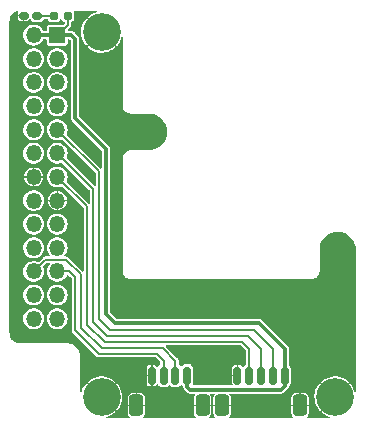
<source format=gtl>
G04 #@! TF.GenerationSoftware,KiCad,Pcbnew,(6.0.7)*
G04 #@! TF.CreationDate,2022-10-21T23:47:13+08:00*
G04 #@! TF.ProjectId,pcb_front,7063625f-6672-46f6-9e74-2e6b69636164,rev?*
G04 #@! TF.SameCoordinates,Original*
G04 #@! TF.FileFunction,Copper,L1,Top*
G04 #@! TF.FilePolarity,Positive*
%FSLAX46Y46*%
G04 Gerber Fmt 4.6, Leading zero omitted, Abs format (unit mm)*
G04 Created by KiCad (PCBNEW (6.0.7)) date 2022-10-21 23:47:13*
%MOMM*%
%LPD*%
G01*
G04 APERTURE LIST*
G04 Aperture macros list*
%AMRoundRect*
0 Rectangle with rounded corners*
0 $1 Rounding radius*
0 $2 $3 $4 $5 $6 $7 $8 $9 X,Y pos of 4 corners*
0 Add a 4 corners polygon primitive as box body*
4,1,4,$2,$3,$4,$5,$6,$7,$8,$9,$2,$3,0*
0 Add four circle primitives for the rounded corners*
1,1,$1+$1,$2,$3*
1,1,$1+$1,$4,$5*
1,1,$1+$1,$6,$7*
1,1,$1+$1,$8,$9*
0 Add four rect primitives between the rounded corners*
20,1,$1+$1,$2,$3,$4,$5,0*
20,1,$1+$1,$4,$5,$6,$7,0*
20,1,$1+$1,$6,$7,$8,$9,0*
20,1,$1+$1,$8,$9,$2,$3,0*%
G04 Aperture macros list end*
G04 #@! TA.AperFunction,ComponentPad*
%ADD10C,3.200000*%
G04 #@! TD*
G04 #@! TA.AperFunction,SMDPad,CuDef*
%ADD11RoundRect,0.160000X-0.197500X-0.160000X0.197500X-0.160000X0.197500X0.160000X-0.197500X0.160000X0*%
G04 #@! TD*
G04 #@! TA.AperFunction,SMDPad,CuDef*
%ADD12RoundRect,0.150000X0.150000X0.625000X-0.150000X0.625000X-0.150000X-0.625000X0.150000X-0.625000X0*%
G04 #@! TD*
G04 #@! TA.AperFunction,SMDPad,CuDef*
%ADD13RoundRect,0.250000X0.350000X0.650000X-0.350000X0.650000X-0.350000X-0.650000X0.350000X-0.650000X0*%
G04 #@! TD*
G04 #@! TA.AperFunction,SMDPad,CuDef*
%ADD14RoundRect,0.160000X-0.222500X-0.160000X0.222500X-0.160000X0.222500X0.160000X-0.222500X0.160000X0*%
G04 #@! TD*
G04 #@! TA.AperFunction,ComponentPad*
%ADD15R,1.350000X1.350000*%
G04 #@! TD*
G04 #@! TA.AperFunction,ComponentPad*
%ADD16O,1.350000X1.350000*%
G04 #@! TD*
G04 #@! TA.AperFunction,ViaPad*
%ADD17C,2.300000*%
G04 #@! TD*
G04 #@! TA.AperFunction,Conductor*
%ADD18C,0.300000*%
G04 #@! TD*
G04 #@! TA.AperFunction,Conductor*
%ADD19C,0.127000*%
G04 #@! TD*
G04 APERTURE END LIST*
D10*
X5750000Y-30614100D03*
D11*
X1702500Y1650000D03*
X2897500Y1650000D03*
D10*
X5750000Y250000D03*
D12*
X13000000Y-28825000D03*
X12000000Y-28825000D03*
X11000000Y-28825000D03*
X10000000Y-28825000D03*
D13*
X8700000Y-31350000D03*
X14300000Y-31350000D03*
D10*
X25500000Y-30614100D03*
D14*
X-845000Y1650000D03*
X300000Y1650000D03*
D12*
X21250000Y-28825000D03*
X20250000Y-28825000D03*
X19250000Y-28825000D03*
X18250000Y-28825000D03*
X17250000Y-28825000D03*
D13*
X15950000Y-31350000D03*
X22550000Y-31350000D03*
D15*
X2000000Y0D03*
D16*
X0Y0D03*
X2000000Y-2000000D03*
X0Y-2000000D03*
X2000000Y-4000000D03*
X0Y-4000000D03*
X2000000Y-6000000D03*
X0Y-6000000D03*
X2000000Y-8000000D03*
X0Y-8000000D03*
X2000000Y-10000000D03*
X0Y-10000000D03*
X2000000Y-12000000D03*
X0Y-12000000D03*
X2000000Y-14000000D03*
X0Y-14000000D03*
X2000000Y-16000000D03*
X0Y-16000000D03*
X2000000Y-18000000D03*
X0Y-18000000D03*
X2000000Y-20000000D03*
X0Y-20000000D03*
X2000000Y-22000000D03*
X0Y-22000000D03*
X2000000Y-24000000D03*
X0Y-24000000D03*
D17*
X25750000Y-18187500D03*
X9750000Y-8187500D03*
D18*
X2000000Y0D02*
X3200000Y0D01*
X19100000Y-24400000D02*
X21250000Y-26550000D01*
X21250000Y-28825000D02*
X21250000Y-29700000D01*
D19*
X2000000Y0D02*
X2897500Y897500D01*
D18*
X3500000Y-7000000D02*
X6100000Y-9600000D01*
X6100000Y-9600000D02*
X6100000Y-23600000D01*
X13250000Y-30000000D02*
X13000000Y-29750000D01*
X3500000Y-300000D02*
X3500000Y-7000000D01*
X3200000Y0D02*
X3500000Y-300000D01*
X21250000Y-29700000D02*
X20950000Y-30000000D01*
X21250000Y-26550000D02*
X21250000Y-28825000D01*
X13750000Y-30000000D02*
X13500000Y-30000000D01*
X6900000Y-24400000D02*
X19100000Y-24400000D01*
X13750000Y-30000000D02*
X13250000Y-30000000D01*
X13000000Y-29750000D02*
X13000000Y-28825000D01*
X2000000Y0D02*
X0Y0D01*
X20950000Y-30000000D02*
X13750000Y-30000000D01*
D19*
X2897500Y897500D02*
X2897500Y1650000D01*
D18*
X6100000Y-23600000D02*
X6900000Y-24400000D01*
D19*
X5500000Y-11500000D02*
X5500000Y-24000000D01*
X20250000Y-28825000D02*
X20250000Y-26600000D01*
X20250000Y-26600000D02*
X18650000Y-25000000D01*
X20250000Y-28825000D02*
X20250000Y-26550000D01*
X2000000Y-8000000D02*
X5500000Y-11500000D01*
X6500000Y-25000000D02*
X18650000Y-25000000D01*
X5500000Y-24000000D02*
X6500000Y-25000000D01*
X5000000Y-13000000D02*
X5000000Y-24250000D01*
X19250000Y-26600000D02*
X18150000Y-25500000D01*
X19250000Y-28825000D02*
X19250000Y-26600000D01*
X6250000Y-25500000D02*
X18150000Y-25500000D01*
X5000000Y-24250000D02*
X6250000Y-25500000D01*
X2000000Y-10000000D02*
X5000000Y-13000000D01*
X6000000Y-26000000D02*
X17650000Y-26000000D01*
X4500000Y-24500000D02*
X6000000Y-26000000D01*
X18250000Y-26600000D02*
X17650000Y-26000000D01*
X2000000Y-12000000D02*
X4500000Y-14500000D01*
X4500000Y-14500000D02*
X4500000Y-24500000D01*
X18250000Y-28825000D02*
X18250000Y-26600000D01*
X3500000Y-20500000D02*
X3500000Y-23750000D01*
X3500000Y-23750000D02*
X3500000Y-25000000D01*
X3000000Y-20000000D02*
X3500000Y-20500000D01*
X5500000Y-27000000D02*
X10450000Y-27000000D01*
X2000000Y-20000000D02*
X3000000Y-20000000D01*
X11000000Y-28825000D02*
X11000000Y-27550000D01*
X3500000Y-25000000D02*
X5500000Y-27000000D01*
X11000000Y-27550000D02*
X10450000Y-27000000D01*
X10950000Y-26500000D02*
X5750000Y-26500000D01*
X4000000Y-24750000D02*
X4000000Y-20250000D01*
X1000000Y-19000000D02*
X0Y-20000000D01*
X12000000Y-28825000D02*
X12000000Y-27550000D01*
X2750000Y-19000000D02*
X1000000Y-19000000D01*
X4000000Y-20250000D02*
X2750000Y-19000000D01*
X12000000Y-27550000D02*
X10950000Y-26500000D01*
X5750000Y-26500000D02*
X4000000Y-24750000D01*
X300000Y1650000D02*
X1702500Y1650000D01*
G04 #@! TA.AperFunction,Conductor*
G36*
X5347587Y2031194D02*
G01*
X5365893Y1987000D01*
X5347587Y1942806D01*
X5320882Y1926997D01*
X5144666Y1875635D01*
X5140339Y1874018D01*
X4911040Y1768309D01*
X4906983Y1766060D01*
X4695830Y1627622D01*
X4692159Y1624805D01*
X4581404Y1525953D01*
X4577724Y1518323D01*
X4581573Y1508229D01*
X5750000Y339803D01*
X7009144Y-919342D01*
X7016819Y-922521D01*
X7026834Y-917983D01*
X7133987Y-795800D01*
X7136766Y-792112D01*
X7273362Y-579750D01*
X7275570Y-575682D01*
X7379271Y-345475D01*
X7380859Y-341113D01*
X7426847Y-178051D01*
X7456461Y-140485D01*
X7503965Y-134863D01*
X7541531Y-164477D01*
X7549500Y-195016D01*
X7549500Y-5907627D01*
X7547910Y-5921633D01*
X7544344Y-5937141D01*
X7545897Y-5944004D01*
X7545897Y-5944006D01*
X7546552Y-5946900D01*
X7547791Y-5954564D01*
X7552587Y-6003254D01*
X7559636Y-6074822D01*
X7560526Y-6077756D01*
X7598801Y-6203935D01*
X7598803Y-6203940D01*
X7599691Y-6206867D01*
X7664738Y-6328560D01*
X7752275Y-6435225D01*
X7858940Y-6522762D01*
X7980633Y-6587809D01*
X7983560Y-6588697D01*
X7983565Y-6588699D01*
X8109744Y-6626974D01*
X8112678Y-6627864D01*
X8115726Y-6628164D01*
X8115730Y-6628165D01*
X8231471Y-6639564D01*
X8239449Y-6640876D01*
X8249282Y-6643155D01*
X8250000Y-6643156D01*
X8265743Y-6639565D01*
X8279642Y-6638000D01*
X9720127Y-6638000D01*
X9734133Y-6639590D01*
X9736436Y-6640119D01*
X9749641Y-6643156D01*
X9756505Y-6641603D01*
X9756508Y-6641603D01*
X9757722Y-6641328D01*
X9776181Y-6639963D01*
X9976269Y-6654957D01*
X9985506Y-6656349D01*
X10202153Y-6705797D01*
X10211080Y-6708550D01*
X10417943Y-6789738D01*
X10426359Y-6793791D01*
X10618808Y-6904901D01*
X10626526Y-6910164D01*
X10800266Y-7048717D01*
X10807114Y-7055070D01*
X10843242Y-7094007D01*
X10958100Y-7217794D01*
X10958265Y-7217972D01*
X10964086Y-7225272D01*
X11044946Y-7343872D01*
X11089268Y-7408881D01*
X11093938Y-7416970D01*
X11190357Y-7617184D01*
X11193768Y-7625876D01*
X11253718Y-7820227D01*
X11259270Y-7838226D01*
X11261349Y-7847333D01*
X11294469Y-8067075D01*
X11295167Y-8076390D01*
X11295167Y-8298610D01*
X11294469Y-8307925D01*
X11263318Y-8514606D01*
X11261349Y-8527667D01*
X11259271Y-8536771D01*
X11223047Y-8654207D01*
X11193770Y-8749120D01*
X11190358Y-8757813D01*
X11149715Y-8842209D01*
X11093938Y-8958030D01*
X11089268Y-8966119D01*
X11006885Y-9086954D01*
X10964089Y-9149724D01*
X10958268Y-9157024D01*
X10883487Y-9237619D01*
X10807114Y-9319930D01*
X10800266Y-9326283D01*
X10626526Y-9464836D01*
X10618811Y-9470097D01*
X10565526Y-9500861D01*
X10426359Y-9581209D01*
X10417943Y-9585262D01*
X10211080Y-9666450D01*
X10202153Y-9669203D01*
X9985506Y-9718651D01*
X9976270Y-9720043D01*
X9776629Y-9735004D01*
X9757953Y-9733590D01*
X9757829Y-9733562D01*
X9750359Y-9731844D01*
X9743496Y-9733397D01*
X9743495Y-9733397D01*
X9734383Y-9735459D01*
X9720589Y-9737000D01*
X8280107Y-9737000D01*
X8265994Y-9735386D01*
X8264130Y-9734954D01*
X8250718Y-9731845D01*
X8250000Y-9731844D01*
X8240208Y-9734078D01*
X8232447Y-9735340D01*
X8180208Y-9740485D01*
X8115730Y-9746835D01*
X8115726Y-9746836D01*
X8112678Y-9747136D01*
X8109744Y-9748026D01*
X7983565Y-9786301D01*
X7983560Y-9786303D01*
X7980633Y-9787191D01*
X7858940Y-9852238D01*
X7752275Y-9939775D01*
X7664738Y-10046440D01*
X7599691Y-10168133D01*
X7598803Y-10171060D01*
X7598801Y-10171065D01*
X7571381Y-10261458D01*
X7559636Y-10300178D01*
X7559336Y-10303226D01*
X7559335Y-10303230D01*
X7547889Y-10419448D01*
X7546600Y-10427328D01*
X7545922Y-10430278D01*
X7544344Y-10437141D01*
X7545897Y-10444004D01*
X7545897Y-10444006D01*
X7547959Y-10453117D01*
X7549500Y-10466911D01*
X7549500Y-19907627D01*
X7547910Y-19921633D01*
X7544344Y-19937141D01*
X7545897Y-19944004D01*
X7545897Y-19944006D01*
X7546552Y-19946900D01*
X7547791Y-19954564D01*
X7558143Y-20059667D01*
X7559636Y-20074822D01*
X7560526Y-20077756D01*
X7598801Y-20203935D01*
X7598803Y-20203940D01*
X7599691Y-20206867D01*
X7664738Y-20328560D01*
X7752275Y-20435225D01*
X7858940Y-20522762D01*
X7980633Y-20587809D01*
X7983560Y-20588697D01*
X7983565Y-20588699D01*
X8109744Y-20626974D01*
X8112678Y-20627864D01*
X8115726Y-20628164D01*
X8115730Y-20628165D01*
X8231471Y-20639564D01*
X8239449Y-20640876D01*
X8249282Y-20643155D01*
X8250000Y-20643156D01*
X8265743Y-20639565D01*
X8279642Y-20638000D01*
X23469893Y-20638000D01*
X23484006Y-20639614D01*
X23499282Y-20643155D01*
X23500000Y-20643156D01*
X23509792Y-20640922D01*
X23517553Y-20639660D01*
X23569792Y-20634515D01*
X23634270Y-20628165D01*
X23634274Y-20628164D01*
X23637322Y-20627864D01*
X23640256Y-20626974D01*
X23766435Y-20588699D01*
X23766440Y-20588697D01*
X23769367Y-20587809D01*
X23891060Y-20522762D01*
X23997725Y-20435225D01*
X24085262Y-20328560D01*
X24150309Y-20206867D01*
X24151197Y-20203940D01*
X24151199Y-20203935D01*
X24189474Y-20077756D01*
X24190364Y-20074822D01*
X24193308Y-20044938D01*
X24202064Y-19956029D01*
X24203376Y-19948051D01*
X24205655Y-19938218D01*
X24205656Y-19937500D01*
X24202065Y-19921757D01*
X24200500Y-19907858D01*
X24200500Y-18217607D01*
X24202114Y-18203494D01*
X24202201Y-18203117D01*
X24205655Y-18188218D01*
X24205656Y-18187500D01*
X24204873Y-18184067D01*
X24204872Y-18184059D01*
X24203869Y-18179663D01*
X24202479Y-18161094D01*
X24217457Y-17961230D01*
X24218849Y-17951994D01*
X24268297Y-17735347D01*
X24271050Y-17726420D01*
X24352238Y-17519557D01*
X24356291Y-17511141D01*
X24451754Y-17345793D01*
X24467403Y-17318689D01*
X24472664Y-17310974D01*
X24611217Y-17137234D01*
X24617570Y-17130386D01*
X24675782Y-17076373D01*
X24780476Y-16979232D01*
X24787772Y-16973414D01*
X24971381Y-16848232D01*
X24979470Y-16843562D01*
X25145281Y-16763711D01*
X25179687Y-16747142D01*
X25188376Y-16743732D01*
X25400729Y-16678229D01*
X25409829Y-16676152D01*
X25629575Y-16643031D01*
X25638890Y-16642333D01*
X25861110Y-16642333D01*
X25870425Y-16643031D01*
X26090171Y-16676152D01*
X26099271Y-16678229D01*
X26311624Y-16743732D01*
X26320313Y-16747142D01*
X26354719Y-16763711D01*
X26520530Y-16843562D01*
X26528619Y-16848232D01*
X26712228Y-16973414D01*
X26719524Y-16979232D01*
X26824218Y-17076373D01*
X26882430Y-17130386D01*
X26888783Y-17137234D01*
X27027336Y-17310974D01*
X27032597Y-17318689D01*
X27048246Y-17345793D01*
X27143709Y-17511141D01*
X27147762Y-17519557D01*
X27228950Y-17726420D01*
X27231703Y-17735347D01*
X27281151Y-17951994D01*
X27282543Y-17961230D01*
X27297504Y-18160871D01*
X27296090Y-18179547D01*
X27294344Y-18187141D01*
X27295897Y-18194004D01*
X27295897Y-18194005D01*
X27297959Y-18203117D01*
X27299500Y-18216911D01*
X27299500Y-30168192D01*
X27281194Y-30212386D01*
X27237000Y-30230692D01*
X27192806Y-30212386D01*
X27176041Y-30181986D01*
X27159556Y-30109132D01*
X27158209Y-30104727D01*
X27066690Y-29869385D01*
X27064701Y-29865214D01*
X26939408Y-29645998D01*
X26936820Y-29642161D01*
X26780505Y-29443877D01*
X26778854Y-29442075D01*
X26769831Y-29438656D01*
X26761755Y-29442147D01*
X25500000Y-30703903D01*
X24330523Y-31873379D01*
X24326913Y-31882096D01*
X24330611Y-31890970D01*
X24371659Y-31931660D01*
X24375173Y-31934661D01*
X24578801Y-32083968D01*
X24582718Y-32086415D01*
X24806176Y-32203983D01*
X24810422Y-32205828D01*
X25048797Y-32289072D01*
X25054844Y-32290692D01*
X25092795Y-32319812D01*
X25099040Y-32367238D01*
X25069920Y-32405189D01*
X25038669Y-32413563D01*
X23174830Y-32413563D01*
X23130636Y-32395257D01*
X23112330Y-32351063D01*
X23130597Y-32306907D01*
X23209992Y-32227374D01*
X23215909Y-32219078D01*
X23267068Y-32114420D01*
X23269898Y-32105261D01*
X23279672Y-32038262D01*
X23280000Y-32033749D01*
X23280000Y-31425931D01*
X23276359Y-31417141D01*
X23267569Y-31413500D01*
X21832431Y-31413500D01*
X21823641Y-31417141D01*
X21820000Y-31425931D01*
X21820000Y-32033737D01*
X21820332Y-32038268D01*
X21830288Y-32105901D01*
X21833136Y-32115068D01*
X21884474Y-32219630D01*
X21890403Y-32227912D01*
X21969459Y-32306830D01*
X21987803Y-32351009D01*
X21969536Y-32395219D01*
X21925303Y-32413563D01*
X16574830Y-32413563D01*
X16530636Y-32395257D01*
X16512330Y-32351063D01*
X16530597Y-32306907D01*
X16609992Y-32227374D01*
X16615909Y-32219078D01*
X16667068Y-32114420D01*
X16669898Y-32105261D01*
X16679672Y-32038262D01*
X16680000Y-32033749D01*
X16680000Y-31425931D01*
X16676359Y-31417141D01*
X16667569Y-31413500D01*
X15232431Y-31413500D01*
X15223641Y-31417141D01*
X15220000Y-31425931D01*
X15220000Y-32033737D01*
X15220332Y-32038268D01*
X15230288Y-32105901D01*
X15233136Y-32115068D01*
X15284474Y-32219630D01*
X15290403Y-32227912D01*
X15369459Y-32306830D01*
X15387803Y-32351009D01*
X15369536Y-32395219D01*
X15325303Y-32413563D01*
X14924830Y-32413563D01*
X14880636Y-32395257D01*
X14862330Y-32351063D01*
X14880597Y-32306907D01*
X14959992Y-32227374D01*
X14965909Y-32219078D01*
X15017068Y-32114420D01*
X15019898Y-32105261D01*
X15029672Y-32038262D01*
X15030000Y-32033749D01*
X15030000Y-31425931D01*
X15026359Y-31417141D01*
X15017569Y-31413500D01*
X13582431Y-31413500D01*
X13573641Y-31417141D01*
X13570000Y-31425931D01*
X13570000Y-32033737D01*
X13570332Y-32038268D01*
X13580288Y-32105901D01*
X13583136Y-32115068D01*
X13634474Y-32219630D01*
X13640403Y-32227912D01*
X13719459Y-32306830D01*
X13737803Y-32351009D01*
X13719536Y-32395219D01*
X13675303Y-32413563D01*
X9324830Y-32413563D01*
X9280636Y-32395257D01*
X9262330Y-32351063D01*
X9280597Y-32306907D01*
X9359992Y-32227374D01*
X9365909Y-32219078D01*
X9417068Y-32114420D01*
X9419898Y-32105261D01*
X9429672Y-32038262D01*
X9430000Y-32033749D01*
X9430000Y-31425931D01*
X9426359Y-31417141D01*
X9417569Y-31413500D01*
X7982431Y-31413500D01*
X7973641Y-31417141D01*
X7970000Y-31425931D01*
X7970000Y-32033737D01*
X7970332Y-32038268D01*
X7980288Y-32105901D01*
X7983136Y-32115068D01*
X8034474Y-32219630D01*
X8040403Y-32227912D01*
X8119459Y-32306830D01*
X8137803Y-32351009D01*
X8119536Y-32395219D01*
X8075303Y-32413563D01*
X6193270Y-32413563D01*
X6149076Y-32395257D01*
X6130770Y-32351063D01*
X6149076Y-32306869D01*
X6177357Y-32290623D01*
X6312568Y-32255025D01*
X6316946Y-32253517D01*
X6548921Y-32153853D01*
X6553047Y-32151706D01*
X6767744Y-32018847D01*
X6771492Y-32016124D01*
X6919447Y-31890871D01*
X6923804Y-31882411D01*
X6921589Y-31875491D01*
X5660197Y-30614100D01*
X5844952Y-30614100D01*
X5848593Y-30622890D01*
X7009144Y-31783442D01*
X7016819Y-31786621D01*
X7026834Y-31782083D01*
X7133987Y-31659900D01*
X7136766Y-31656212D01*
X7273362Y-31443850D01*
X7275570Y-31439782D01*
X7350218Y-31274069D01*
X7970000Y-31274069D01*
X7973641Y-31282859D01*
X7982431Y-31286500D01*
X8624069Y-31286500D01*
X8632859Y-31282859D01*
X8636500Y-31274069D01*
X8763500Y-31274069D01*
X8767141Y-31282859D01*
X8775931Y-31286500D01*
X9417569Y-31286500D01*
X9426359Y-31282859D01*
X9430000Y-31274069D01*
X9430000Y-30666263D01*
X9429668Y-30661732D01*
X9419712Y-30594099D01*
X9416864Y-30584932D01*
X9365526Y-30480370D01*
X9359597Y-30472088D01*
X9277374Y-30390008D01*
X9269078Y-30384091D01*
X9164420Y-30332932D01*
X9155261Y-30330102D01*
X9088262Y-30320328D01*
X9083749Y-30320000D01*
X8775931Y-30320000D01*
X8767141Y-30323641D01*
X8763500Y-30332431D01*
X8763500Y-31274069D01*
X8636500Y-31274069D01*
X8636500Y-30332431D01*
X8632859Y-30323641D01*
X8624069Y-30320000D01*
X8316263Y-30320000D01*
X8311732Y-30320332D01*
X8244099Y-30330288D01*
X8234932Y-30333136D01*
X8130370Y-30384474D01*
X8122088Y-30390403D01*
X8040008Y-30472626D01*
X8034091Y-30480922D01*
X7982932Y-30585580D01*
X7980102Y-30594739D01*
X7970328Y-30661738D01*
X7970000Y-30666251D01*
X7970000Y-31274069D01*
X7350218Y-31274069D01*
X7379271Y-31209575D01*
X7380859Y-31205213D01*
X7449393Y-30962209D01*
X7450316Y-30957671D01*
X7482276Y-30706447D01*
X7482514Y-30703338D01*
X7484810Y-30615665D01*
X7484735Y-30612534D01*
X7465967Y-30359989D01*
X7465283Y-30355410D01*
X7409556Y-30109132D01*
X7408209Y-30104727D01*
X7316690Y-29869385D01*
X7314701Y-29865214D01*
X7189408Y-29645998D01*
X7186820Y-29642161D01*
X7066672Y-29489755D01*
X9570000Y-29489755D01*
X9570218Y-29493434D01*
X9572351Y-29511354D01*
X9574809Y-29520300D01*
X9612906Y-29606068D01*
X9619331Y-29615417D01*
X9684985Y-29680957D01*
X9694349Y-29687368D01*
X9780168Y-29725308D01*
X9789143Y-29727755D01*
X9806584Y-29729788D01*
X9810224Y-29730000D01*
X9924069Y-29730000D01*
X9932859Y-29726359D01*
X9936500Y-29717569D01*
X9936500Y-28900931D01*
X9932859Y-28892141D01*
X9924069Y-28888500D01*
X9582431Y-28888500D01*
X9573641Y-28892141D01*
X9570000Y-28900931D01*
X9570000Y-29489755D01*
X7066672Y-29489755D01*
X7030505Y-29443877D01*
X7028854Y-29442075D01*
X7019831Y-29438656D01*
X7011755Y-29442147D01*
X5848593Y-30605310D01*
X5844952Y-30614100D01*
X5660197Y-30614100D01*
X4489510Y-29443412D01*
X4480720Y-29439771D01*
X4474187Y-29442478D01*
X4339110Y-29604889D01*
X4336429Y-29608647D01*
X4205439Y-29824512D01*
X4203340Y-29828630D01*
X4105693Y-30061493D01*
X4104231Y-30065864D01*
X4073577Y-30186564D01*
X4044956Y-30224892D01*
X3997615Y-30231756D01*
X3959287Y-30203135D01*
X3950500Y-30171179D01*
X3950500Y-29345777D01*
X4577724Y-29345777D01*
X4581573Y-29355871D01*
X5741210Y-30515507D01*
X5750000Y-30519148D01*
X5758790Y-30515507D01*
X6918859Y-29355439D01*
X6922285Y-29347167D01*
X6918232Y-29337791D01*
X6843463Y-29267454D01*
X6839876Y-29264550D01*
X6632406Y-29120622D01*
X6628422Y-29118276D01*
X6401972Y-29006602D01*
X6397678Y-29004867D01*
X6157198Y-28927889D01*
X6152703Y-28926810D01*
X5903496Y-28886225D01*
X5898882Y-28885821D01*
X5646403Y-28882515D01*
X5641795Y-28882797D01*
X5391603Y-28916847D01*
X5387077Y-28917809D01*
X5144666Y-28988465D01*
X5140339Y-28990082D01*
X4911040Y-29095791D01*
X4906983Y-29098040D01*
X4695830Y-29236478D01*
X4692159Y-29239295D01*
X4581404Y-29338147D01*
X4577724Y-29345777D01*
X3950500Y-29345777D01*
X3950500Y-28749069D01*
X9570000Y-28749069D01*
X9573641Y-28757859D01*
X9582431Y-28761500D01*
X9924069Y-28761500D01*
X9932859Y-28757859D01*
X9936500Y-28749069D01*
X9936500Y-27932431D01*
X9932859Y-27923641D01*
X9924069Y-27920000D01*
X9810245Y-27920000D01*
X9806566Y-27920218D01*
X9788646Y-27922351D01*
X9779700Y-27924809D01*
X9693932Y-27962906D01*
X9684583Y-27969331D01*
X9619043Y-28034985D01*
X9612632Y-28044349D01*
X9574692Y-28130168D01*
X9572245Y-28139143D01*
X9570212Y-28156584D01*
X9570000Y-28160224D01*
X9570000Y-28749069D01*
X3950500Y-28749069D01*
X3950500Y-27280100D01*
X3952114Y-27265990D01*
X3954855Y-27254160D01*
X3955655Y-27250710D01*
X3955656Y-27249992D01*
X3954466Y-27244775D01*
X3953093Y-27235779D01*
X3943098Y-27108836D01*
X3939380Y-27061615D01*
X3895263Y-26877878D01*
X3876139Y-26831710D01*
X3823889Y-26705575D01*
X3823888Y-26705572D01*
X3822948Y-26703304D01*
X3819958Y-26698424D01*
X3725497Y-26544283D01*
X3724215Y-26542191D01*
X3713063Y-26529133D01*
X3603087Y-26400369D01*
X3601495Y-26398505D01*
X3556022Y-26359667D01*
X3459677Y-26277380D01*
X3459674Y-26277378D01*
X3457809Y-26275785D01*
X3373701Y-26224242D01*
X3298790Y-26178335D01*
X3298788Y-26178334D01*
X3296696Y-26177052D01*
X3294428Y-26176112D01*
X3294425Y-26176111D01*
X3124387Y-26105675D01*
X3124384Y-26105674D01*
X3122122Y-26104737D01*
X2938385Y-26060620D01*
X2886488Y-26056534D01*
X2765183Y-26046983D01*
X2755973Y-26045561D01*
X2754179Y-26045145D01*
X2754173Y-26045144D01*
X2750726Y-26044345D01*
X2750008Y-26044344D01*
X2740046Y-26046616D01*
X2734262Y-26047935D01*
X2720365Y-26049500D01*
X-1220131Y-26049500D01*
X-1234135Y-26047911D01*
X-1242790Y-26045921D01*
X-1242791Y-26045921D01*
X-1249650Y-26044344D01*
X-1256516Y-26045898D01*
X-1258408Y-26045895D01*
X-1275697Y-26046971D01*
X-1399858Y-26034747D01*
X-1411875Y-26032357D01*
X-1550074Y-25990439D01*
X-1561394Y-25985751D01*
X-1688768Y-25917670D01*
X-1698943Y-25910871D01*
X-1810587Y-25819248D01*
X-1819249Y-25810586D01*
X-1830640Y-25796706D01*
X-1910871Y-25698943D01*
X-1917670Y-25688768D01*
X-1985752Y-25561392D01*
X-1990439Y-25550074D01*
X-2032357Y-25411875D01*
X-2034747Y-25399858D01*
X-2041457Y-25331710D01*
X-2046929Y-25276127D01*
X-2045928Y-25260519D01*
X-2045922Y-25257229D01*
X-2044344Y-25250368D01*
X-2047959Y-25234389D01*
X-2049500Y-25220598D01*
X-2049500Y-24000000D01*
X-880322Y-24000000D01*
X-861085Y-24183029D01*
X-804214Y-24358059D01*
X-802579Y-24360891D01*
X-802578Y-24360893D01*
X-785399Y-24390648D01*
X-712195Y-24517440D01*
X-589050Y-24654207D01*
X-440161Y-24762381D01*
X-272034Y-24837236D01*
X-268827Y-24837918D01*
X-268826Y-24837918D01*
X-178141Y-24857194D01*
X-92019Y-24875500D01*
X92019Y-24875500D01*
X178141Y-24857194D01*
X268826Y-24837918D01*
X268827Y-24837918D01*
X272034Y-24837236D01*
X440161Y-24762381D01*
X589050Y-24654207D01*
X712195Y-24517440D01*
X785399Y-24390648D01*
X802578Y-24360893D01*
X802579Y-24360891D01*
X804214Y-24358059D01*
X861085Y-24183029D01*
X880322Y-24000000D01*
X1119678Y-24000000D01*
X1138915Y-24183029D01*
X1195786Y-24358059D01*
X1197421Y-24360891D01*
X1197422Y-24360893D01*
X1214601Y-24390648D01*
X1287805Y-24517440D01*
X1410950Y-24654207D01*
X1559839Y-24762381D01*
X1727966Y-24837236D01*
X1731173Y-24837918D01*
X1731174Y-24837918D01*
X1821859Y-24857194D01*
X1907981Y-24875500D01*
X2092019Y-24875500D01*
X2178141Y-24857194D01*
X2268826Y-24837918D01*
X2268827Y-24837918D01*
X2272034Y-24837236D01*
X2440161Y-24762381D01*
X2589050Y-24654207D01*
X2712195Y-24517440D01*
X2785399Y-24390648D01*
X2802578Y-24360893D01*
X2802579Y-24360891D01*
X2804214Y-24358059D01*
X2861085Y-24183029D01*
X2880322Y-24000000D01*
X2861085Y-23816971D01*
X2804214Y-23641941D01*
X2712195Y-23482560D01*
X2589050Y-23345793D01*
X2440161Y-23237619D01*
X2272034Y-23162764D01*
X2268827Y-23162082D01*
X2268826Y-23162082D01*
X2095228Y-23125182D01*
X2095227Y-23125182D01*
X2092019Y-23124500D01*
X1907981Y-23124500D01*
X1904773Y-23125182D01*
X1904772Y-23125182D01*
X1731174Y-23162082D01*
X1731173Y-23162082D01*
X1727966Y-23162764D01*
X1559839Y-23237619D01*
X1410950Y-23345793D01*
X1287805Y-23482560D01*
X1195786Y-23641941D01*
X1138915Y-23816971D01*
X1119678Y-24000000D01*
X880322Y-24000000D01*
X861085Y-23816971D01*
X804214Y-23641941D01*
X712195Y-23482560D01*
X589050Y-23345793D01*
X440161Y-23237619D01*
X272034Y-23162764D01*
X268827Y-23162082D01*
X268826Y-23162082D01*
X95228Y-23125182D01*
X95227Y-23125182D01*
X92019Y-23124500D01*
X-92019Y-23124500D01*
X-95227Y-23125182D01*
X-95228Y-23125182D01*
X-268826Y-23162082D01*
X-268827Y-23162082D01*
X-272034Y-23162764D01*
X-440161Y-23237619D01*
X-589050Y-23345793D01*
X-712195Y-23482560D01*
X-804214Y-23641941D01*
X-861085Y-23816971D01*
X-880322Y-24000000D01*
X-2049500Y-24000000D01*
X-2049500Y-22000000D01*
X-880322Y-22000000D01*
X-861085Y-22183029D01*
X-804214Y-22358059D01*
X-712195Y-22517440D01*
X-589050Y-22654207D01*
X-440161Y-22762381D01*
X-272034Y-22837236D01*
X-268827Y-22837918D01*
X-268826Y-22837918D01*
X-95228Y-22874818D01*
X-92019Y-22875500D01*
X92019Y-22875500D01*
X95228Y-22874818D01*
X268826Y-22837918D01*
X268827Y-22837918D01*
X272034Y-22837236D01*
X440161Y-22762381D01*
X589050Y-22654207D01*
X712195Y-22517440D01*
X804214Y-22358059D01*
X861085Y-22183029D01*
X880322Y-22000000D01*
X1119678Y-22000000D01*
X1138915Y-22183029D01*
X1195786Y-22358059D01*
X1287805Y-22517440D01*
X1410950Y-22654207D01*
X1559839Y-22762381D01*
X1727966Y-22837236D01*
X1731173Y-22837918D01*
X1731174Y-22837918D01*
X1904772Y-22874818D01*
X1907981Y-22875500D01*
X2092019Y-22875500D01*
X2095228Y-22874818D01*
X2268826Y-22837918D01*
X2268827Y-22837918D01*
X2272034Y-22837236D01*
X2440161Y-22762381D01*
X2589050Y-22654207D01*
X2712195Y-22517440D01*
X2804214Y-22358059D01*
X2861085Y-22183029D01*
X2880322Y-22000000D01*
X2861085Y-21816971D01*
X2804214Y-21641941D01*
X2712195Y-21482560D01*
X2589050Y-21345793D01*
X2440161Y-21237619D01*
X2272034Y-21162764D01*
X2268827Y-21162082D01*
X2268826Y-21162082D01*
X2095228Y-21125182D01*
X2095227Y-21125182D01*
X2092019Y-21124500D01*
X1907981Y-21124500D01*
X1904773Y-21125182D01*
X1904772Y-21125182D01*
X1731174Y-21162082D01*
X1731173Y-21162082D01*
X1727966Y-21162764D01*
X1559839Y-21237619D01*
X1410950Y-21345793D01*
X1287805Y-21482560D01*
X1195786Y-21641941D01*
X1138915Y-21816971D01*
X1119678Y-22000000D01*
X880322Y-22000000D01*
X861085Y-21816971D01*
X804214Y-21641941D01*
X712195Y-21482560D01*
X589050Y-21345793D01*
X440161Y-21237619D01*
X272034Y-21162764D01*
X268827Y-21162082D01*
X268826Y-21162082D01*
X95228Y-21125182D01*
X95227Y-21125182D01*
X92019Y-21124500D01*
X-92019Y-21124500D01*
X-95227Y-21125182D01*
X-95228Y-21125182D01*
X-268826Y-21162082D01*
X-268827Y-21162082D01*
X-272034Y-21162764D01*
X-440161Y-21237619D01*
X-589050Y-21345793D01*
X-712195Y-21482560D01*
X-804214Y-21641941D01*
X-861085Y-21816971D01*
X-880322Y-22000000D01*
X-2049500Y-22000000D01*
X-2049500Y-18000000D01*
X-880322Y-18000000D01*
X-861085Y-18183029D01*
X-860073Y-18186143D01*
X-860073Y-18186144D01*
X-852345Y-18209927D01*
X-804214Y-18358059D01*
X-712195Y-18517440D01*
X-589050Y-18654207D01*
X-440161Y-18762381D01*
X-272034Y-18837236D01*
X-268827Y-18837918D01*
X-268826Y-18837918D01*
X-95228Y-18874818D01*
X-92019Y-18875500D01*
X92019Y-18875500D01*
X95228Y-18874818D01*
X268826Y-18837918D01*
X268827Y-18837918D01*
X272034Y-18837236D01*
X440161Y-18762381D01*
X589050Y-18654207D01*
X712195Y-18517440D01*
X804214Y-18358059D01*
X852345Y-18209927D01*
X860073Y-18186144D01*
X860073Y-18186143D01*
X861085Y-18183029D01*
X880322Y-18000000D01*
X861085Y-17816971D01*
X804214Y-17641941D01*
X712195Y-17482560D01*
X589050Y-17345793D01*
X440161Y-17237619D01*
X272034Y-17162764D01*
X268827Y-17162082D01*
X268826Y-17162082D01*
X95228Y-17125182D01*
X95227Y-17125182D01*
X92019Y-17124500D01*
X-92019Y-17124500D01*
X-95227Y-17125182D01*
X-95228Y-17125182D01*
X-268826Y-17162082D01*
X-268827Y-17162082D01*
X-272034Y-17162764D01*
X-440161Y-17237619D01*
X-589050Y-17345793D01*
X-712195Y-17482560D01*
X-804214Y-17641941D01*
X-861085Y-17816971D01*
X-880322Y-18000000D01*
X-2049500Y-18000000D01*
X-2049500Y-16000000D01*
X-880322Y-16000000D01*
X-861085Y-16183029D01*
X-804214Y-16358059D01*
X-712195Y-16517440D01*
X-589050Y-16654207D01*
X-440161Y-16762381D01*
X-272034Y-16837236D01*
X-268827Y-16837918D01*
X-268826Y-16837918D01*
X-220303Y-16848232D01*
X-92019Y-16875500D01*
X92019Y-16875500D01*
X220303Y-16848232D01*
X268826Y-16837918D01*
X268827Y-16837918D01*
X272034Y-16837236D01*
X440161Y-16762381D01*
X589050Y-16654207D01*
X712195Y-16517440D01*
X804214Y-16358059D01*
X861085Y-16183029D01*
X880322Y-16000000D01*
X1119678Y-16000000D01*
X1138915Y-16183029D01*
X1195786Y-16358059D01*
X1287805Y-16517440D01*
X1410950Y-16654207D01*
X1559839Y-16762381D01*
X1727966Y-16837236D01*
X1731173Y-16837918D01*
X1731174Y-16837918D01*
X1779697Y-16848232D01*
X1907981Y-16875500D01*
X2092019Y-16875500D01*
X2220303Y-16848232D01*
X2268826Y-16837918D01*
X2268827Y-16837918D01*
X2272034Y-16837236D01*
X2440161Y-16762381D01*
X2589050Y-16654207D01*
X2712195Y-16517440D01*
X2804214Y-16358059D01*
X2861085Y-16183029D01*
X2880322Y-16000000D01*
X2861085Y-15816971D01*
X2804214Y-15641941D01*
X2712195Y-15482560D01*
X2589050Y-15345793D01*
X2440161Y-15237619D01*
X2272034Y-15162764D01*
X2268827Y-15162082D01*
X2268826Y-15162082D01*
X2095228Y-15125182D01*
X2095227Y-15125182D01*
X2092019Y-15124500D01*
X1907981Y-15124500D01*
X1904773Y-15125182D01*
X1904772Y-15125182D01*
X1731174Y-15162082D01*
X1731173Y-15162082D01*
X1727966Y-15162764D01*
X1559839Y-15237619D01*
X1410950Y-15345793D01*
X1287805Y-15482560D01*
X1195786Y-15641941D01*
X1138915Y-15816971D01*
X1119678Y-16000000D01*
X880322Y-16000000D01*
X861085Y-15816971D01*
X804214Y-15641941D01*
X712195Y-15482560D01*
X589050Y-15345793D01*
X440161Y-15237619D01*
X272034Y-15162764D01*
X268827Y-15162082D01*
X268826Y-15162082D01*
X95228Y-15125182D01*
X95227Y-15125182D01*
X92019Y-15124500D01*
X-92019Y-15124500D01*
X-95227Y-15125182D01*
X-95228Y-15125182D01*
X-268826Y-15162082D01*
X-268827Y-15162082D01*
X-272034Y-15162764D01*
X-440161Y-15237619D01*
X-589050Y-15345793D01*
X-712195Y-15482560D01*
X-804214Y-15641941D01*
X-861085Y-15816971D01*
X-880322Y-16000000D01*
X-2049500Y-16000000D01*
X-2049500Y-14000000D01*
X-880322Y-14000000D01*
X-861085Y-14183029D01*
X-804214Y-14358059D01*
X-802579Y-14360891D01*
X-802578Y-14360893D01*
X-795472Y-14373201D01*
X-712195Y-14517440D01*
X-589050Y-14654207D01*
X-440161Y-14762381D01*
X-272034Y-14837236D01*
X-268827Y-14837918D01*
X-268826Y-14837918D01*
X-95228Y-14874818D01*
X-92019Y-14875500D01*
X92019Y-14875500D01*
X95228Y-14874818D01*
X268826Y-14837918D01*
X268827Y-14837918D01*
X272034Y-14837236D01*
X440161Y-14762381D01*
X589050Y-14654207D01*
X712195Y-14517440D01*
X795472Y-14373201D01*
X802578Y-14360893D01*
X802579Y-14360891D01*
X804214Y-14358059D01*
X861085Y-14183029D01*
X872591Y-14073552D01*
X1198306Y-14073552D01*
X1207267Y-14164954D01*
X1208710Y-14171741D01*
X1263511Y-14336478D01*
X1266427Y-14342788D01*
X1356361Y-14491287D01*
X1360597Y-14496787D01*
X1481202Y-14621676D01*
X1486547Y-14626099D01*
X1631829Y-14721168D01*
X1638017Y-14724294D01*
X1800750Y-14784814D01*
X1807480Y-14786493D01*
X1924176Y-14802063D01*
X1933373Y-14799615D01*
X1936500Y-14794221D01*
X1936500Y-14790162D01*
X2063500Y-14790162D01*
X2067141Y-14798952D01*
X2073692Y-14801665D01*
X2159416Y-14793864D01*
X2166212Y-14792469D01*
X2331329Y-14738819D01*
X2337655Y-14735949D01*
X2486780Y-14647054D01*
X2492313Y-14642853D01*
X2618039Y-14523127D01*
X2622500Y-14517810D01*
X2718578Y-14373201D01*
X2721751Y-14367027D01*
X2783402Y-14204728D01*
X2785129Y-14198001D01*
X2802302Y-14075810D01*
X2799920Y-14066598D01*
X2794660Y-14063500D01*
X2075931Y-14063500D01*
X2067141Y-14067141D01*
X2063500Y-14075931D01*
X2063500Y-14790162D01*
X1936500Y-14790162D01*
X1936500Y-14075931D01*
X1932859Y-14067141D01*
X1924069Y-14063500D01*
X1209751Y-14063500D01*
X1200961Y-14067141D01*
X1198306Y-14073552D01*
X872591Y-14073552D01*
X880322Y-14000000D01*
X872352Y-13924166D01*
X1198136Y-13924166D01*
X1200647Y-13933344D01*
X1206180Y-13936500D01*
X1924069Y-13936500D01*
X1932859Y-13932859D01*
X1936500Y-13924069D01*
X2063500Y-13924069D01*
X2067141Y-13932859D01*
X2075931Y-13936500D01*
X2790540Y-13936500D01*
X2799330Y-13932859D01*
X2801874Y-13926718D01*
X2790352Y-13823998D01*
X2788813Y-13817221D01*
X2731720Y-13653276D01*
X2728715Y-13647003D01*
X2636718Y-13499777D01*
X2632401Y-13494331D01*
X2510071Y-13371143D01*
X2504654Y-13366788D01*
X2358076Y-13273767D01*
X2351831Y-13270720D01*
X2188279Y-13212483D01*
X2181511Y-13210896D01*
X2075844Y-13198296D01*
X2066685Y-13200870D01*
X2063500Y-13206546D01*
X2063500Y-13924069D01*
X1936500Y-13924069D01*
X1936500Y-13209626D01*
X1932859Y-13200836D01*
X1926585Y-13198237D01*
X1829513Y-13208439D01*
X1822742Y-13209928D01*
X1658385Y-13265880D01*
X1652103Y-13268836D01*
X1504234Y-13359805D01*
X1498756Y-13364085D01*
X1374721Y-13485550D01*
X1370328Y-13490936D01*
X1276281Y-13636868D01*
X1273195Y-13643085D01*
X1213815Y-13806229D01*
X1212182Y-13812982D01*
X1198136Y-13924166D01*
X872352Y-13924166D01*
X861085Y-13816971D01*
X804214Y-13641941D01*
X712195Y-13482560D01*
X589050Y-13345793D01*
X440161Y-13237619D01*
X272034Y-13162764D01*
X268827Y-13162082D01*
X268826Y-13162082D01*
X95228Y-13125182D01*
X95227Y-13125182D01*
X92019Y-13124500D01*
X-92019Y-13124500D01*
X-95227Y-13125182D01*
X-95228Y-13125182D01*
X-268826Y-13162082D01*
X-268827Y-13162082D01*
X-272034Y-13162764D01*
X-440161Y-13237619D01*
X-589050Y-13345793D01*
X-712195Y-13482560D01*
X-804214Y-13641941D01*
X-861085Y-13816971D01*
X-880322Y-14000000D01*
X-2049500Y-14000000D01*
X-2049500Y-12073552D01*
X-801694Y-12073552D01*
X-792733Y-12164954D01*
X-791290Y-12171741D01*
X-736489Y-12336478D01*
X-733573Y-12342788D01*
X-643639Y-12491287D01*
X-639403Y-12496787D01*
X-518798Y-12621676D01*
X-513453Y-12626099D01*
X-368171Y-12721168D01*
X-361983Y-12724294D01*
X-199250Y-12784814D01*
X-192520Y-12786493D01*
X-75824Y-12802063D01*
X-66627Y-12799615D01*
X-63500Y-12794221D01*
X-63500Y-12790162D01*
X63500Y-12790162D01*
X67141Y-12798952D01*
X73692Y-12801665D01*
X159416Y-12793864D01*
X166212Y-12792469D01*
X331329Y-12738819D01*
X337655Y-12735949D01*
X486780Y-12647054D01*
X492313Y-12642853D01*
X618039Y-12523127D01*
X622500Y-12517810D01*
X718578Y-12373201D01*
X721751Y-12367027D01*
X783402Y-12204728D01*
X785129Y-12198001D01*
X802302Y-12075810D01*
X799920Y-12066598D01*
X794660Y-12063500D01*
X75931Y-12063500D01*
X67141Y-12067141D01*
X63500Y-12075931D01*
X63500Y-12790162D01*
X-63500Y-12790162D01*
X-63500Y-12075931D01*
X-67141Y-12067141D01*
X-75931Y-12063500D01*
X-790249Y-12063500D01*
X-799039Y-12067141D01*
X-801694Y-12073552D01*
X-2049500Y-12073552D01*
X-2049500Y-11924166D01*
X-801864Y-11924166D01*
X-799353Y-11933344D01*
X-793820Y-11936500D01*
X-75931Y-11936500D01*
X-67141Y-11932859D01*
X-63500Y-11924069D01*
X63500Y-11924069D01*
X67141Y-11932859D01*
X75931Y-11936500D01*
X790540Y-11936500D01*
X799330Y-11932859D01*
X801874Y-11926718D01*
X790352Y-11823998D01*
X788813Y-11817221D01*
X731720Y-11653276D01*
X728715Y-11647003D01*
X636718Y-11499777D01*
X632401Y-11494331D01*
X510071Y-11371143D01*
X504654Y-11366788D01*
X358076Y-11273767D01*
X351831Y-11270720D01*
X188279Y-11212483D01*
X181511Y-11210896D01*
X75844Y-11198296D01*
X66685Y-11200870D01*
X63500Y-11206546D01*
X63500Y-11924069D01*
X-63500Y-11924069D01*
X-63500Y-11209626D01*
X-67141Y-11200836D01*
X-73415Y-11198237D01*
X-170487Y-11208439D01*
X-177258Y-11209928D01*
X-341615Y-11265880D01*
X-347897Y-11268836D01*
X-495766Y-11359805D01*
X-501244Y-11364085D01*
X-625279Y-11485550D01*
X-629672Y-11490936D01*
X-723719Y-11636868D01*
X-726805Y-11643085D01*
X-786185Y-11806229D01*
X-787818Y-11812982D01*
X-801864Y-11924166D01*
X-2049500Y-11924166D01*
X-2049500Y-10000000D01*
X-880322Y-10000000D01*
X-861085Y-10183029D01*
X-804214Y-10358059D01*
X-712195Y-10517440D01*
X-589050Y-10654207D01*
X-440161Y-10762381D01*
X-272034Y-10837236D01*
X-268827Y-10837918D01*
X-268826Y-10837918D01*
X-95228Y-10874818D01*
X-92019Y-10875500D01*
X92019Y-10875500D01*
X95228Y-10874818D01*
X268826Y-10837918D01*
X268827Y-10837918D01*
X272034Y-10837236D01*
X440161Y-10762381D01*
X589050Y-10654207D01*
X712195Y-10517440D01*
X804214Y-10358059D01*
X861085Y-10183029D01*
X880322Y-10000000D01*
X861085Y-9816971D01*
X804214Y-9641941D01*
X712195Y-9482560D01*
X589050Y-9345793D01*
X440161Y-9237619D01*
X272034Y-9162764D01*
X268827Y-9162082D01*
X268826Y-9162082D01*
X95228Y-9125182D01*
X95227Y-9125182D01*
X92019Y-9124500D01*
X-92019Y-9124500D01*
X-95227Y-9125182D01*
X-95228Y-9125182D01*
X-268826Y-9162082D01*
X-268827Y-9162082D01*
X-272034Y-9162764D01*
X-440161Y-9237619D01*
X-589050Y-9345793D01*
X-712195Y-9482560D01*
X-804214Y-9641941D01*
X-861085Y-9816971D01*
X-880322Y-10000000D01*
X-2049500Y-10000000D01*
X-2049500Y-8000000D01*
X-880322Y-8000000D01*
X-861085Y-8183029D01*
X-804214Y-8358059D01*
X-712195Y-8517440D01*
X-589050Y-8654207D01*
X-440161Y-8762381D01*
X-272034Y-8837236D01*
X-268827Y-8837918D01*
X-268826Y-8837918D01*
X-95228Y-8874818D01*
X-92019Y-8875500D01*
X92019Y-8875500D01*
X95228Y-8874818D01*
X268826Y-8837918D01*
X268827Y-8837918D01*
X272034Y-8837236D01*
X440161Y-8762381D01*
X589050Y-8654207D01*
X712195Y-8517440D01*
X804214Y-8358059D01*
X861085Y-8183029D01*
X880322Y-8000000D01*
X861085Y-7816971D01*
X852235Y-7789732D01*
X805225Y-7645054D01*
X804214Y-7641941D01*
X789921Y-7617184D01*
X713831Y-7485394D01*
X712195Y-7482560D01*
X589050Y-7345793D01*
X440161Y-7237619D01*
X272034Y-7162764D01*
X268827Y-7162082D01*
X268826Y-7162082D01*
X95228Y-7125182D01*
X95227Y-7125182D01*
X92019Y-7124500D01*
X-92019Y-7124500D01*
X-95227Y-7125182D01*
X-95228Y-7125182D01*
X-268826Y-7162082D01*
X-268827Y-7162082D01*
X-272034Y-7162764D01*
X-440161Y-7237619D01*
X-589050Y-7345793D01*
X-712195Y-7482560D01*
X-713831Y-7485394D01*
X-789920Y-7617184D01*
X-804214Y-7641941D01*
X-805225Y-7645054D01*
X-852234Y-7789732D01*
X-861085Y-7816971D01*
X-880322Y-8000000D01*
X-2049500Y-8000000D01*
X-2049500Y-6000000D01*
X-880322Y-6000000D01*
X-861085Y-6183029D01*
X-804214Y-6358059D01*
X-712195Y-6517440D01*
X-589050Y-6654207D01*
X-440161Y-6762381D01*
X-272034Y-6837236D01*
X-268827Y-6837918D01*
X-268826Y-6837918D01*
X-95228Y-6874818D01*
X-92019Y-6875500D01*
X92019Y-6875500D01*
X95228Y-6874818D01*
X268826Y-6837918D01*
X268827Y-6837918D01*
X272034Y-6837236D01*
X440161Y-6762381D01*
X589050Y-6654207D01*
X712195Y-6517440D01*
X804214Y-6358059D01*
X861085Y-6183029D01*
X880322Y-6000000D01*
X1119678Y-6000000D01*
X1138915Y-6183029D01*
X1195786Y-6358059D01*
X1287805Y-6517440D01*
X1410950Y-6654207D01*
X1559839Y-6762381D01*
X1727966Y-6837236D01*
X1731173Y-6837918D01*
X1731174Y-6837918D01*
X1904772Y-6874818D01*
X1907981Y-6875500D01*
X2092019Y-6875500D01*
X2095228Y-6874818D01*
X2268826Y-6837918D01*
X2268827Y-6837918D01*
X2272034Y-6837236D01*
X2440161Y-6762381D01*
X2589050Y-6654207D01*
X2712195Y-6517440D01*
X2804214Y-6358059D01*
X2861085Y-6183029D01*
X2880322Y-6000000D01*
X2861085Y-5816971D01*
X2804214Y-5641941D01*
X2712195Y-5482560D01*
X2589050Y-5345793D01*
X2440161Y-5237619D01*
X2272034Y-5162764D01*
X2268827Y-5162082D01*
X2268826Y-5162082D01*
X2095228Y-5125182D01*
X2095227Y-5125182D01*
X2092019Y-5124500D01*
X1907981Y-5124500D01*
X1904773Y-5125182D01*
X1904772Y-5125182D01*
X1731174Y-5162082D01*
X1731173Y-5162082D01*
X1727966Y-5162764D01*
X1559839Y-5237619D01*
X1410950Y-5345793D01*
X1287805Y-5482560D01*
X1195786Y-5641941D01*
X1138915Y-5816971D01*
X1119678Y-6000000D01*
X880322Y-6000000D01*
X861085Y-5816971D01*
X804214Y-5641941D01*
X712195Y-5482560D01*
X589050Y-5345793D01*
X440161Y-5237619D01*
X272034Y-5162764D01*
X268827Y-5162082D01*
X268826Y-5162082D01*
X95228Y-5125182D01*
X95227Y-5125182D01*
X92019Y-5124500D01*
X-92019Y-5124500D01*
X-95227Y-5125182D01*
X-95228Y-5125182D01*
X-268826Y-5162082D01*
X-268827Y-5162082D01*
X-272034Y-5162764D01*
X-440161Y-5237619D01*
X-589050Y-5345793D01*
X-712195Y-5482560D01*
X-804214Y-5641941D01*
X-861085Y-5816971D01*
X-880322Y-6000000D01*
X-2049500Y-6000000D01*
X-2049500Y-4000000D01*
X-880322Y-4000000D01*
X-861085Y-4183029D01*
X-804214Y-4358059D01*
X-712195Y-4517440D01*
X-589050Y-4654207D01*
X-440161Y-4762381D01*
X-272034Y-4837236D01*
X-268827Y-4837918D01*
X-268826Y-4837918D01*
X-95228Y-4874818D01*
X-92019Y-4875500D01*
X92019Y-4875500D01*
X95228Y-4874818D01*
X268826Y-4837918D01*
X268827Y-4837918D01*
X272034Y-4837236D01*
X440161Y-4762381D01*
X589050Y-4654207D01*
X712195Y-4517440D01*
X804214Y-4358059D01*
X861085Y-4183029D01*
X880322Y-4000000D01*
X1119678Y-4000000D01*
X1138915Y-4183029D01*
X1195786Y-4358059D01*
X1287805Y-4517440D01*
X1410950Y-4654207D01*
X1559839Y-4762381D01*
X1727966Y-4837236D01*
X1731173Y-4837918D01*
X1731174Y-4837918D01*
X1904772Y-4874818D01*
X1907981Y-4875500D01*
X2092019Y-4875500D01*
X2095228Y-4874818D01*
X2268826Y-4837918D01*
X2268827Y-4837918D01*
X2272034Y-4837236D01*
X2440161Y-4762381D01*
X2589050Y-4654207D01*
X2712195Y-4517440D01*
X2804214Y-4358059D01*
X2861085Y-4183029D01*
X2880322Y-4000000D01*
X2861085Y-3816971D01*
X2804214Y-3641941D01*
X2712195Y-3482560D01*
X2589050Y-3345793D01*
X2440161Y-3237619D01*
X2272034Y-3162764D01*
X2268827Y-3162082D01*
X2268826Y-3162082D01*
X2095228Y-3125182D01*
X2095227Y-3125182D01*
X2092019Y-3124500D01*
X1907981Y-3124500D01*
X1904773Y-3125182D01*
X1904772Y-3125182D01*
X1731174Y-3162082D01*
X1731173Y-3162082D01*
X1727966Y-3162764D01*
X1559839Y-3237619D01*
X1410950Y-3345793D01*
X1287805Y-3482560D01*
X1195786Y-3641941D01*
X1138915Y-3816971D01*
X1119678Y-4000000D01*
X880322Y-4000000D01*
X861085Y-3816971D01*
X804214Y-3641941D01*
X712195Y-3482560D01*
X589050Y-3345793D01*
X440161Y-3237619D01*
X272034Y-3162764D01*
X268827Y-3162082D01*
X268826Y-3162082D01*
X95228Y-3125182D01*
X95227Y-3125182D01*
X92019Y-3124500D01*
X-92019Y-3124500D01*
X-95227Y-3125182D01*
X-95228Y-3125182D01*
X-268826Y-3162082D01*
X-268827Y-3162082D01*
X-272034Y-3162764D01*
X-440161Y-3237619D01*
X-589050Y-3345793D01*
X-712195Y-3482560D01*
X-804214Y-3641941D01*
X-861085Y-3816971D01*
X-880322Y-4000000D01*
X-2049500Y-4000000D01*
X-2049500Y-2000000D01*
X-880322Y-2000000D01*
X-861085Y-2183029D01*
X-804214Y-2358059D01*
X-712195Y-2517440D01*
X-589050Y-2654207D01*
X-440161Y-2762381D01*
X-272034Y-2837236D01*
X-268827Y-2837918D01*
X-268826Y-2837918D01*
X-95228Y-2874818D01*
X-92019Y-2875500D01*
X92019Y-2875500D01*
X95228Y-2874818D01*
X268826Y-2837918D01*
X268827Y-2837918D01*
X272034Y-2837236D01*
X440161Y-2762381D01*
X589050Y-2654207D01*
X712195Y-2517440D01*
X804214Y-2358059D01*
X861085Y-2183029D01*
X880322Y-2000000D01*
X1119678Y-2000000D01*
X1138915Y-2183029D01*
X1195786Y-2358059D01*
X1287805Y-2517440D01*
X1410950Y-2654207D01*
X1559839Y-2762381D01*
X1727966Y-2837236D01*
X1731173Y-2837918D01*
X1731174Y-2837918D01*
X1904772Y-2874818D01*
X1907981Y-2875500D01*
X2092019Y-2875500D01*
X2095228Y-2874818D01*
X2268826Y-2837918D01*
X2268827Y-2837918D01*
X2272034Y-2837236D01*
X2440161Y-2762381D01*
X2589050Y-2654207D01*
X2712195Y-2517440D01*
X2804214Y-2358059D01*
X2861085Y-2183029D01*
X2880322Y-2000000D01*
X2861085Y-1816971D01*
X2804214Y-1641941D01*
X2712195Y-1482560D01*
X2589050Y-1345793D01*
X2440161Y-1237619D01*
X2272034Y-1162764D01*
X2268827Y-1162082D01*
X2268826Y-1162082D01*
X2095228Y-1125182D01*
X2095227Y-1125182D01*
X2092019Y-1124500D01*
X1907981Y-1124500D01*
X1904773Y-1125182D01*
X1904772Y-1125182D01*
X1731174Y-1162082D01*
X1731173Y-1162082D01*
X1727966Y-1162764D01*
X1559839Y-1237619D01*
X1410950Y-1345793D01*
X1287805Y-1482560D01*
X1195786Y-1641941D01*
X1138915Y-1816971D01*
X1119678Y-2000000D01*
X880322Y-2000000D01*
X861085Y-1816971D01*
X804214Y-1641941D01*
X712195Y-1482560D01*
X589050Y-1345793D01*
X440161Y-1237619D01*
X272034Y-1162764D01*
X268827Y-1162082D01*
X268826Y-1162082D01*
X95228Y-1125182D01*
X95227Y-1125182D01*
X92019Y-1124500D01*
X-92019Y-1124500D01*
X-95227Y-1125182D01*
X-95228Y-1125182D01*
X-268826Y-1162082D01*
X-268827Y-1162082D01*
X-272034Y-1162764D01*
X-440161Y-1237619D01*
X-589050Y-1345793D01*
X-712195Y-1482560D01*
X-804214Y-1641941D01*
X-861085Y-1816971D01*
X-880322Y-2000000D01*
X-2049500Y-2000000D01*
X-2049500Y1220123D01*
X-2047910Y1234131D01*
X-2045922Y1242777D01*
X-2044344Y1249637D01*
X-2045897Y1256502D01*
X-2045894Y1258397D01*
X-2046970Y1275682D01*
X-2042679Y1319239D01*
X-2034738Y1399848D01*
X-2032349Y1411860D01*
X-2029387Y1421622D01*
X-2021153Y1448765D01*
X-1357500Y1448765D01*
X-1357282Y1445082D01*
X-1355046Y1426289D01*
X-1352587Y1417341D01*
X-1312978Y1328169D01*
X-1306553Y1318821D01*
X-1238261Y1250649D01*
X-1228902Y1244241D01*
X-1139668Y1204790D01*
X-1130704Y1202346D01*
X-1112377Y1200209D01*
X-1108771Y1200000D01*
X-920931Y1200000D01*
X-912141Y1203641D01*
X-908500Y1212431D01*
X-908500Y1574069D01*
X-912141Y1582859D01*
X-920931Y1586500D01*
X-1345069Y1586500D01*
X-1353859Y1582859D01*
X-1357500Y1574069D01*
X-1357500Y1448765D01*
X-2021153Y1448765D01*
X-1990425Y1550060D01*
X-1985736Y1561380D01*
X-1917655Y1688748D01*
X-1910853Y1698928D01*
X-1819231Y1810570D01*
X-1810569Y1819232D01*
X-1698928Y1910853D01*
X-1688748Y1917655D01*
X-1671270Y1926997D01*
X-1561381Y1985736D01*
X-1550060Y1990425D01*
X-1494785Y2007193D01*
X-1411856Y2032350D01*
X-1399846Y2034738D01*
X-1386643Y2036039D01*
X-1340867Y2022153D01*
X-1318318Y1979966D01*
X-1323354Y1948568D01*
X-1352710Y1882167D01*
X-1355154Y1873204D01*
X-1357291Y1854877D01*
X-1357500Y1851271D01*
X-1357500Y1725931D01*
X-1353859Y1717141D01*
X-1345069Y1713500D01*
X-844000Y1713500D01*
X-799806Y1695194D01*
X-781500Y1651000D01*
X-781500Y1212431D01*
X-777859Y1203641D01*
X-769069Y1200000D01*
X-581265Y1200000D01*
X-577582Y1200218D01*
X-558789Y1202454D01*
X-549841Y1204913D01*
X-460669Y1244522D01*
X-451321Y1250947D01*
X-383149Y1319239D01*
X-376741Y1328598D01*
X-368464Y1347319D01*
X-333852Y1380337D01*
X-286029Y1379210D01*
X-255198Y1349592D01*
X-222209Y1282403D01*
X-219676Y1277243D01*
X-216024Y1273597D01*
X-216023Y1273596D01*
X-138393Y1196101D01*
X-138391Y1196099D01*
X-134738Y1192453D01*
X-60232Y1156033D01*
X-31275Y1141878D01*
X-31274Y1141878D01*
X-26915Y1139747D01*
X-22112Y1139046D01*
X-22111Y1139046D01*
X351Y1135769D01*
X43328Y1129500D01*
X556672Y1129500D01*
X627526Y1139930D01*
X647527Y1149750D01*
X730622Y1190548D01*
X730623Y1190549D01*
X735257Y1192824D01*
X738904Y1196477D01*
X816399Y1274107D01*
X816401Y1274109D01*
X820047Y1277762D01*
X855821Y1350947D01*
X891676Y1382613D01*
X911972Y1386000D01*
X1115486Y1386000D01*
X1159680Y1367694D01*
X1171588Y1351047D01*
X1207824Y1277243D01*
X1211476Y1273597D01*
X1211477Y1273596D01*
X1289107Y1196101D01*
X1289109Y1196099D01*
X1292762Y1192453D01*
X1367268Y1156033D01*
X1396225Y1141878D01*
X1396226Y1141878D01*
X1400585Y1139747D01*
X1405388Y1139046D01*
X1405389Y1139046D01*
X1427851Y1135769D01*
X1470828Y1129500D01*
X1934172Y1129500D01*
X2005026Y1139930D01*
X2025027Y1149750D01*
X2108122Y1190548D01*
X2108123Y1190549D01*
X2112757Y1192824D01*
X2116404Y1196477D01*
X2193899Y1274107D01*
X2193901Y1274109D01*
X2197547Y1277762D01*
X2199817Y1282405D01*
X2243806Y1372394D01*
X2279660Y1404059D01*
X2327404Y1401096D01*
X2356059Y1372491D01*
X2400291Y1282403D01*
X2402824Y1277243D01*
X2406476Y1273597D01*
X2406477Y1273596D01*
X2484107Y1196101D01*
X2484109Y1196099D01*
X2487762Y1192453D01*
X2590831Y1142071D01*
X2595585Y1139747D01*
X2594747Y1138032D01*
X2626268Y1111895D01*
X2633500Y1082712D01*
X2633500Y1032741D01*
X2615194Y988547D01*
X2520453Y893806D01*
X2476259Y875500D01*
X1305252Y875500D01*
X1302242Y874901D01*
X1302239Y874901D01*
X1252805Y865068D01*
X1252803Y865067D01*
X1246769Y863867D01*
X1241655Y860450D01*
X1241653Y860449D01*
X1197320Y830826D01*
X1180448Y819552D01*
X1177031Y814438D01*
X1140963Y760459D01*
X1136133Y753231D01*
X1134933Y747197D01*
X1134932Y747195D01*
X1127988Y712285D01*
X1124500Y694748D01*
X1124500Y413000D01*
X1106194Y368806D01*
X1062000Y350500D01*
X844663Y350500D01*
X800469Y368806D01*
X790536Y381750D01*
X713831Y514606D01*
X712195Y517440D01*
X589050Y654207D01*
X440161Y762381D01*
X272034Y837236D01*
X268827Y837918D01*
X268826Y837918D01*
X95228Y874818D01*
X95227Y874818D01*
X92019Y875500D01*
X-92019Y875500D01*
X-95227Y874818D01*
X-95228Y874818D01*
X-268826Y837918D01*
X-268827Y837918D01*
X-272034Y837236D01*
X-440161Y762381D01*
X-589050Y654207D01*
X-712195Y517440D01*
X-804214Y358059D01*
X-861085Y183029D01*
X-880322Y0D01*
X-861085Y-183029D01*
X-804214Y-358059D01*
X-712195Y-517440D01*
X-589050Y-654207D01*
X-440161Y-762381D01*
X-272034Y-837236D01*
X-268827Y-837918D01*
X-268826Y-837918D01*
X-141097Y-865068D01*
X-92019Y-875500D01*
X92019Y-875500D01*
X141097Y-865068D01*
X268826Y-837918D01*
X268827Y-837918D01*
X272034Y-837236D01*
X440161Y-762381D01*
X589050Y-654207D01*
X712195Y-517440D01*
X790536Y-381750D01*
X828487Y-352630D01*
X844663Y-350500D01*
X1062000Y-350500D01*
X1106194Y-368806D01*
X1124500Y-413000D01*
X1124500Y-694748D01*
X1136133Y-753231D01*
X1139550Y-758345D01*
X1139551Y-758347D01*
X1162113Y-792112D01*
X1180448Y-819552D01*
X1185562Y-822969D01*
X1241653Y-860449D01*
X1241655Y-860450D01*
X1246769Y-863867D01*
X1252803Y-865067D01*
X1252805Y-865068D01*
X1302239Y-874901D01*
X1302242Y-874901D01*
X1305252Y-875500D01*
X2694748Y-875500D01*
X2697758Y-874901D01*
X2697761Y-874901D01*
X2747195Y-865068D01*
X2747197Y-865067D01*
X2753231Y-863867D01*
X2758345Y-860450D01*
X2758347Y-860449D01*
X2814438Y-822969D01*
X2819552Y-819552D01*
X2837887Y-792112D01*
X2860449Y-758347D01*
X2860450Y-758345D01*
X2863867Y-753231D01*
X2875500Y-694748D01*
X2875500Y-413000D01*
X2893806Y-368806D01*
X2938000Y-350500D01*
X3028930Y-350500D01*
X3073124Y-368806D01*
X3131194Y-426876D01*
X3149500Y-471070D01*
X3149500Y-6955936D01*
X3148100Y-6969088D01*
X3145049Y-6983261D01*
X3145656Y-6988390D01*
X3145656Y-6988393D01*
X3149067Y-7017209D01*
X3149500Y-7024555D01*
X3149500Y-7029115D01*
X3149924Y-7031660D01*
X3152637Y-7047960D01*
X3153050Y-7050863D01*
X3158764Y-7099138D01*
X3161002Y-7103799D01*
X3161924Y-7106972D01*
X3162964Y-7110010D01*
X3163812Y-7115103D01*
X3186899Y-7157890D01*
X3188236Y-7160515D01*
X3207571Y-7200781D01*
X3207574Y-7200785D01*
X3209274Y-7204326D01*
X3212592Y-7208274D01*
X3213008Y-7208690D01*
X3215802Y-7212001D01*
X3216768Y-7213247D01*
X3219222Y-7217794D01*
X3223017Y-7221302D01*
X3256549Y-7252299D01*
X3258318Y-7254000D01*
X5731194Y-9726876D01*
X5749500Y-9771070D01*
X5749500Y-11225260D01*
X5731194Y-11269454D01*
X5687000Y-11287760D01*
X5642806Y-11269454D01*
X2811477Y-8438125D01*
X2793171Y-8393931D01*
X2801546Y-8362679D01*
X2804214Y-8358059D01*
X2805224Y-8354950D01*
X2805226Y-8354946D01*
X2860073Y-8186144D01*
X2860073Y-8186143D01*
X2861085Y-8183029D01*
X2880322Y-8000000D01*
X2861085Y-7816971D01*
X2852235Y-7789732D01*
X2805225Y-7645054D01*
X2804214Y-7641941D01*
X2789921Y-7617184D01*
X2713831Y-7485394D01*
X2712195Y-7482560D01*
X2589050Y-7345793D01*
X2440161Y-7237619D01*
X2272034Y-7162764D01*
X2268827Y-7162082D01*
X2268826Y-7162082D01*
X2095228Y-7125182D01*
X2095227Y-7125182D01*
X2092019Y-7124500D01*
X1907981Y-7124500D01*
X1904773Y-7125182D01*
X1904772Y-7125182D01*
X1731174Y-7162082D01*
X1731173Y-7162082D01*
X1727966Y-7162764D01*
X1559839Y-7237619D01*
X1410950Y-7345793D01*
X1287805Y-7482560D01*
X1286169Y-7485394D01*
X1210080Y-7617184D01*
X1195786Y-7641941D01*
X1194775Y-7645054D01*
X1147766Y-7789732D01*
X1138915Y-7816971D01*
X1119678Y-8000000D01*
X1138915Y-8183029D01*
X1195786Y-8358059D01*
X1287805Y-8517440D01*
X1410950Y-8654207D01*
X1559839Y-8762381D01*
X1727966Y-8837236D01*
X1731173Y-8837918D01*
X1731174Y-8837918D01*
X1904772Y-8874818D01*
X1907981Y-8875500D01*
X2092019Y-8875500D01*
X2095228Y-8874818D01*
X2268826Y-8837918D01*
X2268827Y-8837918D01*
X2272034Y-8837236D01*
X2275031Y-8835902D01*
X2275036Y-8835900D01*
X2365540Y-8795605D01*
X2413359Y-8794352D01*
X2435155Y-8808507D01*
X5217694Y-11591046D01*
X5236000Y-11635240D01*
X5236000Y-12711759D01*
X5217694Y-12755953D01*
X5173500Y-12774259D01*
X5129306Y-12755953D01*
X2811477Y-10438125D01*
X2793171Y-10393931D01*
X2801546Y-10362679D01*
X2804214Y-10358059D01*
X2805224Y-10354950D01*
X2805226Y-10354946D01*
X2860073Y-10186144D01*
X2860073Y-10186143D01*
X2861085Y-10183029D01*
X2880322Y-10000000D01*
X2861085Y-9816971D01*
X2804214Y-9641941D01*
X2712195Y-9482560D01*
X2589050Y-9345793D01*
X2440161Y-9237619D01*
X2272034Y-9162764D01*
X2268827Y-9162082D01*
X2268826Y-9162082D01*
X2095228Y-9125182D01*
X2095227Y-9125182D01*
X2092019Y-9124500D01*
X1907981Y-9124500D01*
X1904773Y-9125182D01*
X1904772Y-9125182D01*
X1731174Y-9162082D01*
X1731173Y-9162082D01*
X1727966Y-9162764D01*
X1559839Y-9237619D01*
X1410950Y-9345793D01*
X1287805Y-9482560D01*
X1195786Y-9641941D01*
X1138915Y-9816971D01*
X1119678Y-10000000D01*
X1138915Y-10183029D01*
X1195786Y-10358059D01*
X1287805Y-10517440D01*
X1410950Y-10654207D01*
X1559839Y-10762381D01*
X1727966Y-10837236D01*
X1731173Y-10837918D01*
X1731174Y-10837918D01*
X1904772Y-10874818D01*
X1907981Y-10875500D01*
X2092019Y-10875500D01*
X2095228Y-10874818D01*
X2268826Y-10837918D01*
X2268827Y-10837918D01*
X2272034Y-10837236D01*
X2275031Y-10835902D01*
X2275036Y-10835900D01*
X2365540Y-10795605D01*
X2413359Y-10794352D01*
X2435155Y-10808507D01*
X4717694Y-13091047D01*
X4736000Y-13135241D01*
X4736000Y-14211760D01*
X4717694Y-14255954D01*
X4673500Y-14274260D01*
X4629306Y-14255954D01*
X2811477Y-12438125D01*
X2793171Y-12393931D01*
X2801546Y-12362679D01*
X2804214Y-12358059D01*
X2805224Y-12354950D01*
X2805226Y-12354946D01*
X2860073Y-12186144D01*
X2860073Y-12186143D01*
X2861085Y-12183029D01*
X2880322Y-12000000D01*
X2861085Y-11816971D01*
X2804214Y-11641941D01*
X2712195Y-11482560D01*
X2589050Y-11345793D01*
X2440161Y-11237619D01*
X2272034Y-11162764D01*
X2268827Y-11162082D01*
X2268826Y-11162082D01*
X2095228Y-11125182D01*
X2095227Y-11125182D01*
X2092019Y-11124500D01*
X1907981Y-11124500D01*
X1904773Y-11125182D01*
X1904772Y-11125182D01*
X1731174Y-11162082D01*
X1731173Y-11162082D01*
X1727966Y-11162764D01*
X1559839Y-11237619D01*
X1410950Y-11345793D01*
X1287805Y-11482560D01*
X1195786Y-11641941D01*
X1138915Y-11816971D01*
X1119678Y-12000000D01*
X1138915Y-12183029D01*
X1195786Y-12358059D01*
X1197421Y-12360891D01*
X1197422Y-12360893D01*
X1204528Y-12373201D01*
X1287805Y-12517440D01*
X1410950Y-12654207D01*
X1559839Y-12762381D01*
X1727966Y-12837236D01*
X1731173Y-12837918D01*
X1731174Y-12837918D01*
X1904772Y-12874818D01*
X1907981Y-12875500D01*
X2092019Y-12875500D01*
X2095228Y-12874818D01*
X2268826Y-12837918D01*
X2268827Y-12837918D01*
X2272034Y-12837236D01*
X2275031Y-12835902D01*
X2275036Y-12835900D01*
X2365540Y-12795605D01*
X2413359Y-12794352D01*
X2435155Y-12808507D01*
X4217694Y-14591046D01*
X4236000Y-14635240D01*
X4236000Y-19961760D01*
X4217694Y-20005954D01*
X4173500Y-20024260D01*
X4129306Y-20005954D01*
X2959415Y-18836063D01*
X2951643Y-18826593D01*
X2943753Y-18814785D01*
X2943752Y-18814784D01*
X2940333Y-18809667D01*
X2918289Y-18794937D01*
X2853008Y-18751317D01*
X2846972Y-18750116D01*
X2846971Y-18750116D01*
X2756038Y-18732029D01*
X2750000Y-18730828D01*
X2743962Y-18732029D01*
X2730036Y-18734799D01*
X2717843Y-18736000D01*
X2655781Y-18736000D01*
X2611587Y-18717694D01*
X2593281Y-18673500D01*
X2609334Y-18631679D01*
X2710006Y-18519871D01*
X2712195Y-18517440D01*
X2804214Y-18358059D01*
X2852345Y-18209927D01*
X2860073Y-18186144D01*
X2860073Y-18186143D01*
X2861085Y-18183029D01*
X2880322Y-18000000D01*
X2861085Y-17816971D01*
X2804214Y-17641941D01*
X2712195Y-17482560D01*
X2589050Y-17345793D01*
X2440161Y-17237619D01*
X2272034Y-17162764D01*
X2268827Y-17162082D01*
X2268826Y-17162082D01*
X2095228Y-17125182D01*
X2095227Y-17125182D01*
X2092019Y-17124500D01*
X1907981Y-17124500D01*
X1904773Y-17125182D01*
X1904772Y-17125182D01*
X1731174Y-17162082D01*
X1731173Y-17162082D01*
X1727966Y-17162764D01*
X1559839Y-17237619D01*
X1410950Y-17345793D01*
X1287805Y-17482560D01*
X1195786Y-17641941D01*
X1138915Y-17816971D01*
X1119678Y-18000000D01*
X1138915Y-18183029D01*
X1139927Y-18186143D01*
X1139927Y-18186144D01*
X1147655Y-18209927D01*
X1195786Y-18358059D01*
X1287805Y-18517440D01*
X1289994Y-18519871D01*
X1390666Y-18631679D01*
X1406633Y-18676771D01*
X1386040Y-18719947D01*
X1344219Y-18736000D01*
X1032157Y-18736000D01*
X1019964Y-18734799D01*
X1006038Y-18732029D01*
X1000000Y-18730828D01*
X993962Y-18732029D01*
X973998Y-18736000D01*
X903029Y-18750116D01*
X903028Y-18750116D01*
X896992Y-18751317D01*
X880434Y-18762381D01*
X831710Y-18794937D01*
X831702Y-18794943D01*
X814785Y-18806247D01*
X809667Y-18809667D01*
X806248Y-18814784D01*
X806247Y-18814785D01*
X798359Y-18826590D01*
X790587Y-18836060D01*
X435155Y-19191493D01*
X390961Y-19209799D01*
X365540Y-19204395D01*
X275036Y-19164100D01*
X275031Y-19164098D01*
X272034Y-19162764D01*
X268827Y-19162082D01*
X268826Y-19162082D01*
X95228Y-19125182D01*
X95227Y-19125182D01*
X92019Y-19124500D01*
X-92019Y-19124500D01*
X-95227Y-19125182D01*
X-95228Y-19125182D01*
X-268826Y-19162082D01*
X-268827Y-19162082D01*
X-272034Y-19162764D01*
X-440161Y-19237619D01*
X-589050Y-19345793D01*
X-712195Y-19482560D01*
X-748739Y-19545856D01*
X-800850Y-19636115D01*
X-804214Y-19641941D01*
X-861085Y-19816971D01*
X-880322Y-20000000D01*
X-861085Y-20183029D01*
X-804214Y-20358059D01*
X-712195Y-20517440D01*
X-589050Y-20654207D01*
X-440161Y-20762381D01*
X-272034Y-20837236D01*
X-268827Y-20837918D01*
X-268826Y-20837918D01*
X-95228Y-20874818D01*
X-92019Y-20875500D01*
X92019Y-20875500D01*
X95228Y-20874818D01*
X268826Y-20837918D01*
X268827Y-20837918D01*
X272034Y-20837236D01*
X440161Y-20762381D01*
X589050Y-20654207D01*
X712195Y-20517440D01*
X804214Y-20358059D01*
X861085Y-20183029D01*
X880322Y-20000000D01*
X861085Y-19816971D01*
X834776Y-19736000D01*
X805226Y-19645054D01*
X805224Y-19645050D01*
X804214Y-19641941D01*
X801547Y-19637321D01*
X801448Y-19636571D01*
X801245Y-19636115D01*
X801380Y-19636055D01*
X795299Y-19589898D01*
X811477Y-19561875D01*
X1091047Y-19282306D01*
X1135241Y-19264000D01*
X1344219Y-19264000D01*
X1388413Y-19282306D01*
X1406719Y-19326500D01*
X1390666Y-19368321D01*
X1287805Y-19482560D01*
X1251261Y-19545856D01*
X1199150Y-19636115D01*
X1195786Y-19641941D01*
X1138915Y-19816971D01*
X1119678Y-20000000D01*
X1138915Y-20183029D01*
X1195786Y-20358059D01*
X1287805Y-20517440D01*
X1410950Y-20654207D01*
X1559839Y-20762381D01*
X1727966Y-20837236D01*
X1731173Y-20837918D01*
X1731174Y-20837918D01*
X1904772Y-20874818D01*
X1907981Y-20875500D01*
X2092019Y-20875500D01*
X2095228Y-20874818D01*
X2268826Y-20837918D01*
X2268827Y-20837918D01*
X2272034Y-20837236D01*
X2440161Y-20762381D01*
X2589050Y-20654207D01*
X2712195Y-20517440D01*
X2804214Y-20358059D01*
X2816961Y-20318828D01*
X2848028Y-20282454D01*
X2895716Y-20278701D01*
X2920596Y-20293948D01*
X3104985Y-20478337D01*
X3217694Y-20591047D01*
X3236000Y-20635241D01*
X3236000Y-24967843D01*
X3234799Y-24980036D01*
X3230828Y-25000000D01*
X3236000Y-25026002D01*
X3251317Y-25103008D01*
X3309667Y-25190333D01*
X3314784Y-25193752D01*
X3314785Y-25193753D01*
X3326593Y-25201643D01*
X3336063Y-25209415D01*
X5290585Y-27163937D01*
X5298357Y-27173407D01*
X5309667Y-27190333D01*
X5396992Y-27248683D01*
X5403028Y-27249884D01*
X5403029Y-27249884D01*
X5473991Y-27263999D01*
X5473996Y-27264000D01*
X5473999Y-27264000D01*
X5474007Y-27264001D01*
X5500000Y-27269171D01*
X5506038Y-27267970D01*
X5519960Y-27265201D01*
X5532152Y-27264000D01*
X10314760Y-27264000D01*
X10358954Y-27282306D01*
X10717694Y-27641046D01*
X10736000Y-27685240D01*
X10736000Y-27826538D01*
X10717694Y-27870732D01*
X10701046Y-27882641D01*
X10643145Y-27911068D01*
X10639499Y-27914720D01*
X10639498Y-27914721D01*
X10564355Y-27989995D01*
X10564353Y-27989997D01*
X10560707Y-27993650D01*
X10558439Y-27998290D01*
X10516908Y-28083253D01*
X10481054Y-28114919D01*
X10433310Y-28111957D01*
X10403638Y-28081177D01*
X10387094Y-28043932D01*
X10380669Y-28034583D01*
X10315015Y-27969043D01*
X10305651Y-27962632D01*
X10219832Y-27924692D01*
X10210857Y-27922245D01*
X10193416Y-27920212D01*
X10189776Y-27920000D01*
X10075931Y-27920000D01*
X10067141Y-27923641D01*
X10063500Y-27932431D01*
X10063500Y-29717569D01*
X10067141Y-29726359D01*
X10075931Y-29730000D01*
X10189755Y-29730000D01*
X10193434Y-29729782D01*
X10211354Y-29727649D01*
X10220300Y-29725191D01*
X10306068Y-29687094D01*
X10315417Y-29680669D01*
X10380957Y-29615015D01*
X10387367Y-29605653D01*
X10403562Y-29569021D01*
X10438175Y-29536003D01*
X10485997Y-29537130D01*
X10516828Y-29566748D01*
X10561068Y-29656855D01*
X10564720Y-29660501D01*
X10564721Y-29660502D01*
X10639995Y-29735645D01*
X10639997Y-29735647D01*
X10643650Y-29739293D01*
X10648290Y-29741561D01*
X10743738Y-29788217D01*
X10748482Y-29790536D01*
X10753285Y-29791237D01*
X10753286Y-29791237D01*
X10773248Y-29794149D01*
X10816782Y-29800500D01*
X11183218Y-29800500D01*
X11185465Y-29800169D01*
X11185468Y-29800169D01*
X11209662Y-29796607D01*
X11252112Y-29790358D01*
X11356855Y-29738932D01*
X11360502Y-29735279D01*
X11435645Y-29660005D01*
X11435647Y-29660003D01*
X11439293Y-29656350D01*
X11441560Y-29651712D01*
X11441563Y-29651708D01*
X11443895Y-29646936D01*
X11479749Y-29615270D01*
X11527492Y-29618231D01*
X11556148Y-29646835D01*
X11558541Y-29651708D01*
X11561068Y-29656855D01*
X11564720Y-29660501D01*
X11564721Y-29660502D01*
X11639995Y-29735645D01*
X11639997Y-29735647D01*
X11643650Y-29739293D01*
X11648290Y-29741561D01*
X11743738Y-29788217D01*
X11748482Y-29790536D01*
X11753285Y-29791237D01*
X11753286Y-29791237D01*
X11773248Y-29794149D01*
X11816782Y-29800500D01*
X12183218Y-29800500D01*
X12185465Y-29800169D01*
X12185468Y-29800169D01*
X12209662Y-29796607D01*
X12252112Y-29790358D01*
X12356855Y-29738932D01*
X12360502Y-29735279D01*
X12435645Y-29660005D01*
X12435647Y-29660003D01*
X12439293Y-29656350D01*
X12441560Y-29651712D01*
X12441563Y-29651708D01*
X12443895Y-29646936D01*
X12479749Y-29615270D01*
X12527492Y-29618231D01*
X12556148Y-29646835D01*
X12558541Y-29651708D01*
X12561068Y-29656855D01*
X12564720Y-29660501D01*
X12564721Y-29660502D01*
X12630686Y-29726352D01*
X12648596Y-29763233D01*
X12649066Y-29767201D01*
X12649500Y-29774553D01*
X12649500Y-29779115D01*
X12651372Y-29790358D01*
X12652637Y-29797960D01*
X12653050Y-29800863D01*
X12658764Y-29849138D01*
X12661002Y-29853799D01*
X12661924Y-29856972D01*
X12662964Y-29860010D01*
X12663812Y-29865103D01*
X12686899Y-29907890D01*
X12688236Y-29910515D01*
X12707571Y-29950781D01*
X12707574Y-29950785D01*
X12709274Y-29954326D01*
X12712592Y-29958274D01*
X12713008Y-29958690D01*
X12715802Y-29962001D01*
X12716768Y-29963247D01*
X12719222Y-29967794D01*
X12723017Y-29971302D01*
X12756549Y-30002299D01*
X12758318Y-30004000D01*
X12970998Y-30216680D01*
X12979310Y-30226972D01*
X12984372Y-30234812D01*
X12984374Y-30234815D01*
X12987175Y-30239152D01*
X13011857Y-30258609D01*
X13014020Y-30260315D01*
X13019521Y-30265203D01*
X13022746Y-30268428D01*
X13024840Y-30269925D01*
X13024842Y-30269926D01*
X13038289Y-30279535D01*
X13040645Y-30281304D01*
X13052597Y-30290726D01*
X13078811Y-30311392D01*
X13083688Y-30313105D01*
X13086563Y-30314685D01*
X13089465Y-30316107D01*
X13093669Y-30319111D01*
X13140254Y-30333042D01*
X13143039Y-30333948D01*
X13185194Y-30348752D01*
X13185198Y-30348753D01*
X13188906Y-30350055D01*
X13194044Y-30350500D01*
X13194628Y-30350500D01*
X13198961Y-30350867D01*
X13200514Y-30351063D01*
X13205463Y-30352543D01*
X13256251Y-30350548D01*
X13258704Y-30350500D01*
X13611219Y-30350500D01*
X13655413Y-30368806D01*
X13673719Y-30413000D01*
X13655451Y-30457156D01*
X13640011Y-30472623D01*
X13634091Y-30480922D01*
X13582932Y-30585580D01*
X13580102Y-30594739D01*
X13570328Y-30661738D01*
X13570000Y-30666251D01*
X13570000Y-31274069D01*
X13573641Y-31282859D01*
X13582431Y-31286500D01*
X15017569Y-31286500D01*
X15026359Y-31282859D01*
X15030000Y-31274069D01*
X15030000Y-30666263D01*
X15029668Y-30661732D01*
X15019712Y-30594099D01*
X15016864Y-30584932D01*
X14965526Y-30480370D01*
X14959594Y-30472084D01*
X14944716Y-30457232D01*
X14926372Y-30413054D01*
X14944640Y-30368844D01*
X14988872Y-30350500D01*
X15261219Y-30350500D01*
X15305413Y-30368806D01*
X15323719Y-30413000D01*
X15305451Y-30457156D01*
X15290011Y-30472623D01*
X15284091Y-30480922D01*
X15232932Y-30585580D01*
X15230102Y-30594739D01*
X15220328Y-30661738D01*
X15220000Y-30666251D01*
X15220000Y-31274069D01*
X15223641Y-31282859D01*
X15232431Y-31286500D01*
X16667569Y-31286500D01*
X16676359Y-31282859D01*
X16680000Y-31274069D01*
X21820000Y-31274069D01*
X21823641Y-31282859D01*
X21832431Y-31286500D01*
X22474069Y-31286500D01*
X22482859Y-31282859D01*
X22486500Y-31274069D01*
X22613500Y-31274069D01*
X22617141Y-31282859D01*
X22625931Y-31286500D01*
X23267569Y-31286500D01*
X23276359Y-31282859D01*
X23280000Y-31274069D01*
X23280000Y-30666263D01*
X23279668Y-30661732D01*
X23269712Y-30594099D01*
X23266864Y-30584932D01*
X23260027Y-30571007D01*
X23765854Y-30571007D01*
X23777969Y-30823208D01*
X23778533Y-30827800D01*
X23827793Y-31075448D01*
X23829028Y-31079900D01*
X23914350Y-31317540D01*
X23916233Y-31321771D01*
X24035745Y-31544193D01*
X24038231Y-31548095D01*
X24189299Y-31750400D01*
X24192340Y-31753900D01*
X24222710Y-31784006D01*
X24231590Y-31787639D01*
X24240280Y-31784017D01*
X25401407Y-30622890D01*
X25405048Y-30614100D01*
X25401407Y-30605310D01*
X24239510Y-29443412D01*
X24230720Y-29439771D01*
X24224187Y-29442478D01*
X24089110Y-29604889D01*
X24086429Y-29608647D01*
X23955439Y-29824512D01*
X23953340Y-29828630D01*
X23855693Y-30061493D01*
X23854231Y-30065864D01*
X23792075Y-30310603D01*
X23791273Y-30315146D01*
X23765975Y-30566380D01*
X23765854Y-30571007D01*
X23260027Y-30571007D01*
X23215526Y-30480370D01*
X23209597Y-30472088D01*
X23127374Y-30390008D01*
X23119078Y-30384091D01*
X23014420Y-30332932D01*
X23005261Y-30330102D01*
X22938262Y-30320328D01*
X22933749Y-30320000D01*
X22625931Y-30320000D01*
X22617141Y-30323641D01*
X22613500Y-30332431D01*
X22613500Y-31274069D01*
X22486500Y-31274069D01*
X22486500Y-30332431D01*
X22482859Y-30323641D01*
X22474069Y-30320000D01*
X22166263Y-30320000D01*
X22161732Y-30320332D01*
X22094099Y-30330288D01*
X22084932Y-30333136D01*
X21980370Y-30384474D01*
X21972088Y-30390403D01*
X21890008Y-30472626D01*
X21884091Y-30480922D01*
X21832932Y-30585580D01*
X21830102Y-30594739D01*
X21820328Y-30661738D01*
X21820000Y-30666251D01*
X21820000Y-31274069D01*
X16680000Y-31274069D01*
X16680000Y-30666263D01*
X16679668Y-30661732D01*
X16669712Y-30594099D01*
X16666864Y-30584932D01*
X16615526Y-30480370D01*
X16609594Y-30472084D01*
X16594716Y-30457232D01*
X16576372Y-30413054D01*
X16594640Y-30368844D01*
X16638872Y-30350500D01*
X20905936Y-30350500D01*
X20919088Y-30351900D01*
X20933261Y-30354951D01*
X20938390Y-30354344D01*
X20938393Y-30354344D01*
X20967209Y-30350933D01*
X20974555Y-30350500D01*
X20979115Y-30350500D01*
X20997981Y-30347360D01*
X21000863Y-30346950D01*
X21049138Y-30341236D01*
X21053799Y-30338998D01*
X21056972Y-30338076D01*
X21060010Y-30337036D01*
X21065103Y-30336188D01*
X21107899Y-30313096D01*
X21110515Y-30311764D01*
X21150781Y-30292429D01*
X21150785Y-30292426D01*
X21154326Y-30290726D01*
X21158274Y-30287408D01*
X21158690Y-30286992D01*
X21162001Y-30284198D01*
X21163247Y-30283232D01*
X21167794Y-30280778D01*
X21202299Y-30243451D01*
X21204000Y-30241682D01*
X21466680Y-29979002D01*
X21476972Y-29970690D01*
X21484812Y-29965628D01*
X21484815Y-29965626D01*
X21489152Y-29962825D01*
X21510315Y-29935980D01*
X21515203Y-29930479D01*
X21518428Y-29927254D01*
X21529535Y-29911711D01*
X21531304Y-29909355D01*
X21558194Y-29875246D01*
X21558195Y-29875245D01*
X21561392Y-29871189D01*
X21563104Y-29866314D01*
X21564681Y-29863445D01*
X21566107Y-29860535D01*
X21569111Y-29856331D01*
X21570590Y-29851384D01*
X21570592Y-29851381D01*
X21583039Y-29809758D01*
X21583950Y-29806956D01*
X21598751Y-29764811D01*
X21598753Y-29764801D01*
X21600055Y-29761094D01*
X21600209Y-29759316D01*
X21616621Y-29729149D01*
X21685645Y-29660005D01*
X21685647Y-29660003D01*
X21689293Y-29656350D01*
X21707926Y-29618231D01*
X21738405Y-29555878D01*
X21738405Y-29555877D01*
X21740536Y-29551518D01*
X21750500Y-29483218D01*
X21750500Y-29345777D01*
X24327724Y-29345777D01*
X24331573Y-29355871D01*
X25491210Y-30515507D01*
X25500000Y-30519148D01*
X25508790Y-30515507D01*
X26668859Y-29355439D01*
X26672285Y-29347167D01*
X26668232Y-29337791D01*
X26593463Y-29267454D01*
X26589876Y-29264550D01*
X26382406Y-29120622D01*
X26378422Y-29118276D01*
X26151972Y-29006602D01*
X26147678Y-29004867D01*
X25907198Y-28927889D01*
X25902703Y-28926810D01*
X25653496Y-28886225D01*
X25648882Y-28885821D01*
X25396403Y-28882515D01*
X25391795Y-28882797D01*
X25141603Y-28916847D01*
X25137077Y-28917809D01*
X24894666Y-28988465D01*
X24890339Y-28990082D01*
X24661040Y-29095791D01*
X24656983Y-29098040D01*
X24445830Y-29236478D01*
X24442159Y-29239295D01*
X24331404Y-29338147D01*
X24327724Y-29345777D01*
X21750500Y-29345777D01*
X21750500Y-28166782D01*
X21740358Y-28097888D01*
X21688932Y-27993145D01*
X21665077Y-27969331D01*
X21618844Y-27923179D01*
X21600500Y-27878946D01*
X21600500Y-26594064D01*
X21601900Y-26580909D01*
X21603388Y-26573998D01*
X21604951Y-26566739D01*
X21601825Y-26540323D01*
X21600933Y-26532791D01*
X21600500Y-26525445D01*
X21600500Y-26520885D01*
X21597363Y-26502036D01*
X21596948Y-26499121D01*
X21591843Y-26455993D01*
X21591236Y-26450861D01*
X21588998Y-26446200D01*
X21588078Y-26443034D01*
X21587036Y-26439990D01*
X21586188Y-26434897D01*
X21563098Y-26392105D01*
X21561761Y-26389480D01*
X21542427Y-26349217D01*
X21540726Y-26345674D01*
X21537408Y-26341726D01*
X21536992Y-26341310D01*
X21534198Y-26337999D01*
X21533232Y-26336753D01*
X21530778Y-26332206D01*
X21493451Y-26297701D01*
X21491682Y-26296000D01*
X19379002Y-24183320D01*
X19370690Y-24173028D01*
X19365628Y-24165188D01*
X19365626Y-24165185D01*
X19362825Y-24160848D01*
X19335980Y-24139685D01*
X19330479Y-24134797D01*
X19327254Y-24131572D01*
X19311711Y-24120465D01*
X19309355Y-24118696D01*
X19275246Y-24091806D01*
X19275245Y-24091805D01*
X19271189Y-24088608D01*
X19266314Y-24086896D01*
X19263445Y-24085319D01*
X19260535Y-24083893D01*
X19256331Y-24080889D01*
X19251384Y-24079410D01*
X19251381Y-24079408D01*
X19209758Y-24066961D01*
X19206956Y-24066050D01*
X19164805Y-24051247D01*
X19164796Y-24051245D01*
X19161094Y-24049945D01*
X19155956Y-24049500D01*
X19155382Y-24049500D01*
X19151051Y-24049134D01*
X19149486Y-24048936D01*
X19144536Y-24047456D01*
X19093734Y-24049452D01*
X19091280Y-24049500D01*
X7071070Y-24049500D01*
X7026876Y-24031194D01*
X6468806Y-23473124D01*
X6450500Y-23428930D01*
X6450500Y-9644064D01*
X6451900Y-9630909D01*
X6454951Y-9616739D01*
X6450933Y-9582791D01*
X6450500Y-9575445D01*
X6450500Y-9570885D01*
X6447363Y-9552036D01*
X6446948Y-9549121D01*
X6441843Y-9505993D01*
X6441236Y-9500861D01*
X6438998Y-9496200D01*
X6438078Y-9493034D01*
X6437036Y-9489990D01*
X6436188Y-9484897D01*
X6413098Y-9442105D01*
X6411761Y-9439480D01*
X6392427Y-9399217D01*
X6390726Y-9395674D01*
X6387408Y-9391726D01*
X6386992Y-9391310D01*
X6384198Y-9387999D01*
X6383232Y-9386753D01*
X6380778Y-9382206D01*
X6343451Y-9347701D01*
X6341682Y-9346000D01*
X3868806Y-6873124D01*
X3850500Y-6828930D01*
X3850500Y-1017996D01*
X4576913Y-1017996D01*
X4580611Y-1026870D01*
X4621659Y-1067560D01*
X4625173Y-1070561D01*
X4828801Y-1219868D01*
X4832718Y-1222315D01*
X5056176Y-1339883D01*
X5060422Y-1341728D01*
X5298800Y-1424973D01*
X5303267Y-1426170D01*
X5551331Y-1473266D01*
X5555924Y-1473790D01*
X5808231Y-1483703D01*
X5812845Y-1483542D01*
X6063842Y-1456054D01*
X6068402Y-1455208D01*
X6312568Y-1390925D01*
X6316946Y-1389417D01*
X6548921Y-1289753D01*
X6553047Y-1287606D01*
X6767744Y-1154747D01*
X6771492Y-1152024D01*
X6919447Y-1026771D01*
X6923804Y-1018311D01*
X6921589Y-1011391D01*
X5758790Y151407D01*
X5750000Y155048D01*
X5741210Y151407D01*
X4580523Y-1009279D01*
X4576913Y-1017996D01*
X3850500Y-1017996D01*
X3850500Y-344064D01*
X3851900Y-330909D01*
X3854951Y-316739D01*
X3850933Y-282791D01*
X3850500Y-275445D01*
X3850500Y-270885D01*
X3847363Y-252036D01*
X3846948Y-249121D01*
X3841843Y-205993D01*
X3841236Y-200861D01*
X3838998Y-196200D01*
X3838078Y-193034D01*
X3837036Y-189990D01*
X3836188Y-184897D01*
X3813098Y-142105D01*
X3811761Y-139480D01*
X3792427Y-99217D01*
X3790726Y-95674D01*
X3787408Y-91726D01*
X3786992Y-91310D01*
X3784198Y-87999D01*
X3783232Y-86753D01*
X3780778Y-82206D01*
X3743451Y-47701D01*
X3741682Y-46000D01*
X3479002Y216680D01*
X3470690Y226972D01*
X3465628Y234812D01*
X3465626Y234815D01*
X3462825Y239152D01*
X3435980Y260315D01*
X3430479Y265203D01*
X3427254Y268428D01*
X3411711Y279535D01*
X3409355Y281304D01*
X3394401Y293093D01*
X4015854Y293093D01*
X4027969Y40892D01*
X4028533Y36300D01*
X4077793Y-211348D01*
X4079028Y-215800D01*
X4164350Y-453440D01*
X4166233Y-457671D01*
X4285745Y-680093D01*
X4288231Y-683995D01*
X4439299Y-886300D01*
X4442340Y-889800D01*
X4472710Y-919906D01*
X4481590Y-923539D01*
X4490280Y-919917D01*
X5651407Y241210D01*
X5655048Y250000D01*
X5651407Y258790D01*
X4489510Y1420688D01*
X4480720Y1424329D01*
X4474187Y1421622D01*
X4339110Y1259211D01*
X4336429Y1255453D01*
X4205439Y1039588D01*
X4203340Y1035470D01*
X4105693Y802607D01*
X4104231Y798236D01*
X4042075Y553497D01*
X4041273Y548954D01*
X4015975Y297720D01*
X4015854Y293093D01*
X3394401Y293093D01*
X3375246Y308194D01*
X3375245Y308195D01*
X3371189Y311392D01*
X3366314Y313104D01*
X3363445Y314681D01*
X3360535Y316107D01*
X3356331Y319111D01*
X3351384Y320590D01*
X3351381Y320592D01*
X3309758Y333039D01*
X3306956Y333950D01*
X3264805Y348753D01*
X3264796Y348755D01*
X3261094Y350055D01*
X3255956Y350500D01*
X3255382Y350500D01*
X3251051Y350866D01*
X3249486Y351064D01*
X3244536Y352544D01*
X3193734Y350548D01*
X3191280Y350500D01*
X2938000Y350500D01*
X2893806Y368806D01*
X2875500Y413000D01*
X2875500Y476259D01*
X2893806Y520453D01*
X3061440Y688087D01*
X3070910Y695859D01*
X3082715Y703747D01*
X3082716Y703748D01*
X3087833Y707167D01*
X3102557Y729202D01*
X3102566Y729214D01*
X3142763Y789373D01*
X3142764Y789375D01*
X3146183Y794492D01*
X3166672Y897500D01*
X3162701Y917464D01*
X3161500Y929657D01*
X3161500Y1082717D01*
X3179806Y1126911D01*
X3200331Y1139309D01*
X3200026Y1139930D01*
X3303122Y1190548D01*
X3303123Y1190549D01*
X3307757Y1192824D01*
X3311404Y1196477D01*
X3388899Y1274107D01*
X3388901Y1274109D01*
X3392547Y1277762D01*
X3438805Y1372394D01*
X3443122Y1381225D01*
X3443122Y1381226D01*
X3445253Y1385585D01*
X3455500Y1455828D01*
X3455500Y1844172D01*
X3445070Y1915026D01*
X3423256Y1959456D01*
X3420211Y2007193D01*
X3451813Y2043103D01*
X3479359Y2049500D01*
X5303393Y2049500D01*
X5347587Y2031194D01*
G37*
G04 #@! TD.AperFunction*
G04 #@! TA.AperFunction,Conductor*
G36*
X17558954Y-26282306D02*
G01*
X17967694Y-26691046D01*
X17986000Y-26735240D01*
X17986000Y-27826538D01*
X17967694Y-27870732D01*
X17951046Y-27882641D01*
X17893145Y-27911068D01*
X17889499Y-27914720D01*
X17889498Y-27914721D01*
X17814355Y-27989995D01*
X17814353Y-27989997D01*
X17810707Y-27993650D01*
X17808439Y-27998290D01*
X17766908Y-28083253D01*
X17731054Y-28114919D01*
X17683310Y-28111957D01*
X17653638Y-28081177D01*
X17637094Y-28043932D01*
X17630669Y-28034583D01*
X17565015Y-27969043D01*
X17555651Y-27962632D01*
X17469832Y-27924692D01*
X17460857Y-27922245D01*
X17443416Y-27920212D01*
X17439776Y-27920000D01*
X17325931Y-27920000D01*
X17317141Y-27923641D01*
X17313500Y-27932431D01*
X17313500Y-28826000D01*
X17295194Y-28870194D01*
X17251000Y-28888500D01*
X16832431Y-28888500D01*
X16823641Y-28892141D01*
X16820000Y-28900931D01*
X16820000Y-29489755D01*
X16820218Y-29493434D01*
X16822351Y-29511354D01*
X16824809Y-29520300D01*
X16843167Y-29561629D01*
X16844377Y-29609449D01*
X16811419Y-29644119D01*
X16786048Y-29649500D01*
X13542759Y-29649500D01*
X13498565Y-29631194D01*
X13480259Y-29587000D01*
X13486609Y-29559551D01*
X13488405Y-29555877D01*
X13490536Y-29551518D01*
X13500500Y-29483218D01*
X13500500Y-28749069D01*
X16820000Y-28749069D01*
X16823641Y-28757859D01*
X16832431Y-28761500D01*
X17174069Y-28761500D01*
X17182859Y-28757859D01*
X17186500Y-28749069D01*
X17186500Y-27932431D01*
X17182859Y-27923641D01*
X17174069Y-27920000D01*
X17060245Y-27920000D01*
X17056566Y-27920218D01*
X17038646Y-27922351D01*
X17029700Y-27924809D01*
X16943932Y-27962906D01*
X16934583Y-27969331D01*
X16869043Y-28034985D01*
X16862632Y-28044349D01*
X16824692Y-28130168D01*
X16822245Y-28139143D01*
X16820212Y-28156584D01*
X16820000Y-28160224D01*
X16820000Y-28749069D01*
X13500500Y-28749069D01*
X13500500Y-28166782D01*
X13490358Y-28097888D01*
X13438932Y-27993145D01*
X13435279Y-27989498D01*
X13360005Y-27914355D01*
X13360003Y-27914353D01*
X13356350Y-27910707D01*
X13291374Y-27878946D01*
X13255878Y-27861595D01*
X13255877Y-27861595D01*
X13251518Y-27859464D01*
X13246715Y-27858763D01*
X13246714Y-27858763D01*
X13226752Y-27855851D01*
X13183218Y-27849500D01*
X12816782Y-27849500D01*
X12814535Y-27849831D01*
X12814532Y-27849831D01*
X12790338Y-27853393D01*
X12747888Y-27859642D01*
X12643145Y-27911068D01*
X12639499Y-27914720D01*
X12639498Y-27914721D01*
X12564355Y-27989995D01*
X12564353Y-27989997D01*
X12560707Y-27993650D01*
X12558440Y-27998288D01*
X12558437Y-27998292D01*
X12556105Y-28003064D01*
X12520251Y-28034730D01*
X12472508Y-28031769D01*
X12443852Y-28003165D01*
X12441208Y-27997780D01*
X12441207Y-27997778D01*
X12438932Y-27993145D01*
X12435279Y-27989498D01*
X12360005Y-27914355D01*
X12360003Y-27914353D01*
X12356350Y-27910707D01*
X12299052Y-27882699D01*
X12267387Y-27846844D01*
X12264000Y-27826548D01*
X12264000Y-27582152D01*
X12265201Y-27569960D01*
X12267970Y-27556038D01*
X12269171Y-27550000D01*
X12264000Y-27524002D01*
X12264000Y-27523998D01*
X12248683Y-27446992D01*
X12190333Y-27359667D01*
X12173407Y-27348357D01*
X12163937Y-27340585D01*
X11194046Y-26370694D01*
X11175740Y-26326500D01*
X11194046Y-26282306D01*
X11238240Y-26264000D01*
X17514760Y-26264000D01*
X17558954Y-26282306D01*
G37*
G04 #@! TD.AperFunction*
M02*

</source>
